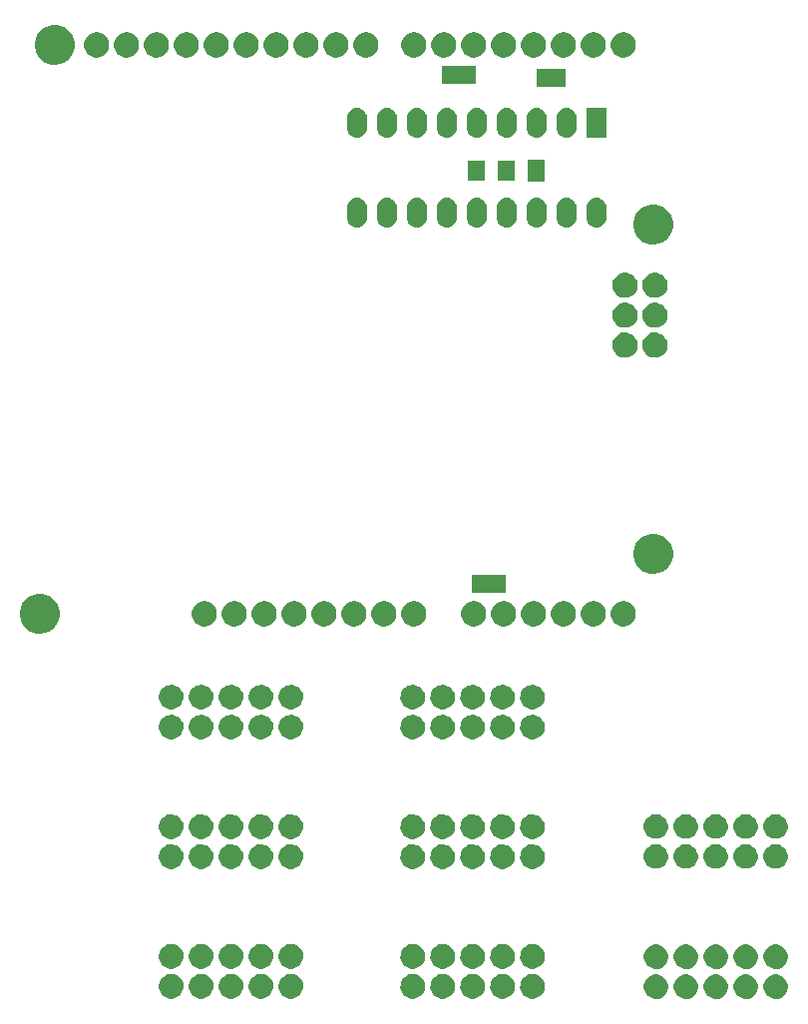
<source format=gbs>
G04 #@! TF.FileFunction,Soldermask,Bot*
%FSLAX46Y46*%
G04 Gerber Fmt 4.6, Leading zero omitted, Abs format (unit mm)*
G04 Created by KiCad (PCBNEW 4.0.7-e2-6376~58~ubuntu16.04.1) date Mon Aug 13 19:04:16 2018*
%MOMM*%
%LPD*%
G01*
G04 APERTURE LIST*
%ADD10C,0.100000*%
G04 APERTURE END LIST*
D10*
G36*
X167749383Y-137262286D02*
X167949446Y-137303353D01*
X168137713Y-137382493D01*
X168307031Y-137496700D01*
X168450940Y-137641617D01*
X168563958Y-137811723D01*
X168641783Y-138000541D01*
X168681213Y-138199673D01*
X168681212Y-138199711D01*
X168681445Y-138200885D01*
X168678188Y-138434154D01*
X168677923Y-138435323D01*
X168677922Y-138435359D01*
X168632948Y-138633311D01*
X168549881Y-138819882D01*
X168432156Y-138986768D01*
X168284256Y-139127612D01*
X168111819Y-139237043D01*
X167921408Y-139310899D01*
X167720286Y-139346363D01*
X167516096Y-139342085D01*
X167316626Y-139298229D01*
X167129480Y-139216466D01*
X166961780Y-139099912D01*
X166819905Y-138952997D01*
X166709274Y-138781330D01*
X166634090Y-138591438D01*
X166597224Y-138390565D01*
X166600074Y-138186354D01*
X166642536Y-137986587D01*
X166722993Y-137798869D01*
X166838377Y-137630355D01*
X166984290Y-137487465D01*
X167155186Y-137375635D01*
X167344545Y-137299129D01*
X167545155Y-137260860D01*
X167749383Y-137262286D01*
X167749383Y-137262286D01*
G37*
G36*
X170289383Y-137262286D02*
X170489446Y-137303353D01*
X170677713Y-137382493D01*
X170847031Y-137496700D01*
X170990940Y-137641617D01*
X171103958Y-137811723D01*
X171181783Y-138000541D01*
X171221213Y-138199673D01*
X171221212Y-138199711D01*
X171221445Y-138200885D01*
X171218188Y-138434154D01*
X171217923Y-138435323D01*
X171217922Y-138435359D01*
X171172948Y-138633311D01*
X171089881Y-138819882D01*
X170972156Y-138986768D01*
X170824256Y-139127612D01*
X170651819Y-139237043D01*
X170461408Y-139310899D01*
X170260286Y-139346363D01*
X170056096Y-139342085D01*
X169856626Y-139298229D01*
X169669480Y-139216466D01*
X169501780Y-139099912D01*
X169359905Y-138952997D01*
X169249274Y-138781330D01*
X169174090Y-138591438D01*
X169137224Y-138390565D01*
X169140074Y-138186354D01*
X169182536Y-137986587D01*
X169262993Y-137798869D01*
X169378377Y-137630355D01*
X169524290Y-137487465D01*
X169695186Y-137375635D01*
X169884545Y-137299129D01*
X170085155Y-137260860D01*
X170289383Y-137262286D01*
X170289383Y-137262286D01*
G37*
G36*
X172829383Y-137262286D02*
X173029446Y-137303353D01*
X173217713Y-137382493D01*
X173387031Y-137496700D01*
X173530940Y-137641617D01*
X173643958Y-137811723D01*
X173721783Y-138000541D01*
X173761213Y-138199673D01*
X173761212Y-138199711D01*
X173761445Y-138200885D01*
X173758188Y-138434154D01*
X173757923Y-138435323D01*
X173757922Y-138435359D01*
X173712948Y-138633311D01*
X173629881Y-138819882D01*
X173512156Y-138986768D01*
X173364256Y-139127612D01*
X173191819Y-139237043D01*
X173001408Y-139310899D01*
X172800286Y-139346363D01*
X172596096Y-139342085D01*
X172396626Y-139298229D01*
X172209480Y-139216466D01*
X172041780Y-139099912D01*
X171899905Y-138952997D01*
X171789274Y-138781330D01*
X171714090Y-138591438D01*
X171677224Y-138390565D01*
X171680074Y-138186354D01*
X171722536Y-137986587D01*
X171802993Y-137798869D01*
X171918377Y-137630355D01*
X172064290Y-137487465D01*
X172235186Y-137375635D01*
X172424545Y-137299129D01*
X172625155Y-137260860D01*
X172829383Y-137262286D01*
X172829383Y-137262286D01*
G37*
G36*
X162669383Y-137262286D02*
X162869446Y-137303353D01*
X163057713Y-137382493D01*
X163227031Y-137496700D01*
X163370940Y-137641617D01*
X163483958Y-137811723D01*
X163561783Y-138000541D01*
X163601213Y-138199673D01*
X163601212Y-138199711D01*
X163601445Y-138200885D01*
X163598188Y-138434154D01*
X163597923Y-138435323D01*
X163597922Y-138435359D01*
X163552948Y-138633311D01*
X163469881Y-138819882D01*
X163352156Y-138986768D01*
X163204256Y-139127612D01*
X163031819Y-139237043D01*
X162841408Y-139310899D01*
X162640286Y-139346363D01*
X162436096Y-139342085D01*
X162236626Y-139298229D01*
X162049480Y-139216466D01*
X161881780Y-139099912D01*
X161739905Y-138952997D01*
X161629274Y-138781330D01*
X161554090Y-138591438D01*
X161517224Y-138390565D01*
X161520074Y-138186354D01*
X161562536Y-137986587D01*
X161642993Y-137798869D01*
X161758377Y-137630355D01*
X161904290Y-137487465D01*
X162075186Y-137375635D01*
X162264545Y-137299129D01*
X162465155Y-137260860D01*
X162669383Y-137262286D01*
X162669383Y-137262286D01*
G37*
G36*
X165209383Y-137262286D02*
X165409446Y-137303353D01*
X165597713Y-137382493D01*
X165767031Y-137496700D01*
X165910940Y-137641617D01*
X166023958Y-137811723D01*
X166101783Y-138000541D01*
X166141213Y-138199673D01*
X166141212Y-138199711D01*
X166141445Y-138200885D01*
X166138188Y-138434154D01*
X166137923Y-138435323D01*
X166137922Y-138435359D01*
X166092948Y-138633311D01*
X166009881Y-138819882D01*
X165892156Y-138986768D01*
X165744256Y-139127612D01*
X165571819Y-139237043D01*
X165381408Y-139310899D01*
X165180286Y-139346363D01*
X164976096Y-139342085D01*
X164776626Y-139298229D01*
X164589480Y-139216466D01*
X164421780Y-139099912D01*
X164279905Y-138952997D01*
X164169274Y-138781330D01*
X164094090Y-138591438D01*
X164057224Y-138390565D01*
X164060074Y-138186354D01*
X164102536Y-137986587D01*
X164182993Y-137798869D01*
X164298377Y-137630355D01*
X164444290Y-137487465D01*
X164615186Y-137375635D01*
X164804545Y-137299129D01*
X165005155Y-137260860D01*
X165209383Y-137262286D01*
X165209383Y-137262286D01*
G37*
G36*
X142029383Y-137229286D02*
X142229446Y-137270353D01*
X142417713Y-137349493D01*
X142587031Y-137463700D01*
X142730940Y-137608617D01*
X142843958Y-137778723D01*
X142921783Y-137967541D01*
X142961213Y-138166673D01*
X142961212Y-138166711D01*
X142961445Y-138167885D01*
X142958188Y-138401154D01*
X142957923Y-138402323D01*
X142957922Y-138402359D01*
X142912948Y-138600311D01*
X142829881Y-138786882D01*
X142712156Y-138953768D01*
X142564256Y-139094612D01*
X142391819Y-139204043D01*
X142201408Y-139277899D01*
X142000286Y-139313363D01*
X141796096Y-139309085D01*
X141596626Y-139265229D01*
X141409480Y-139183466D01*
X141241780Y-139066912D01*
X141099905Y-138919997D01*
X140989274Y-138748330D01*
X140914090Y-138558438D01*
X140877224Y-138357565D01*
X140880074Y-138153354D01*
X140922536Y-137953587D01*
X141002993Y-137765869D01*
X141118377Y-137597355D01*
X141264290Y-137454465D01*
X141435186Y-137342635D01*
X141624545Y-137266129D01*
X141825155Y-137227860D01*
X142029383Y-137229286D01*
X142029383Y-137229286D01*
G37*
G36*
X121529383Y-137229286D02*
X121729446Y-137270353D01*
X121917713Y-137349493D01*
X122087031Y-137463700D01*
X122230940Y-137608617D01*
X122343958Y-137778723D01*
X122421783Y-137967541D01*
X122461213Y-138166673D01*
X122461212Y-138166711D01*
X122461445Y-138167885D01*
X122458188Y-138401154D01*
X122457923Y-138402323D01*
X122457922Y-138402359D01*
X122412948Y-138600311D01*
X122329881Y-138786882D01*
X122212156Y-138953768D01*
X122064256Y-139094612D01*
X121891819Y-139204043D01*
X121701408Y-139277899D01*
X121500286Y-139313363D01*
X121296096Y-139309085D01*
X121096626Y-139265229D01*
X120909480Y-139183466D01*
X120741780Y-139066912D01*
X120599905Y-138919997D01*
X120489274Y-138748330D01*
X120414090Y-138558438D01*
X120377224Y-138357565D01*
X120380074Y-138153354D01*
X120422536Y-137953587D01*
X120502993Y-137765869D01*
X120618377Y-137597355D01*
X120764290Y-137454465D01*
X120935186Y-137342635D01*
X121124545Y-137266129D01*
X121325155Y-137227860D01*
X121529383Y-137229286D01*
X121529383Y-137229286D01*
G37*
G36*
X124069383Y-137229286D02*
X124269446Y-137270353D01*
X124457713Y-137349493D01*
X124627031Y-137463700D01*
X124770940Y-137608617D01*
X124883958Y-137778723D01*
X124961783Y-137967541D01*
X125001213Y-138166673D01*
X125001212Y-138166711D01*
X125001445Y-138167885D01*
X124998188Y-138401154D01*
X124997923Y-138402323D01*
X124997922Y-138402359D01*
X124952948Y-138600311D01*
X124869881Y-138786882D01*
X124752156Y-138953768D01*
X124604256Y-139094612D01*
X124431819Y-139204043D01*
X124241408Y-139277899D01*
X124040286Y-139313363D01*
X123836096Y-139309085D01*
X123636626Y-139265229D01*
X123449480Y-139183466D01*
X123281780Y-139066912D01*
X123139905Y-138919997D01*
X123029274Y-138748330D01*
X122954090Y-138558438D01*
X122917224Y-138357565D01*
X122920074Y-138153354D01*
X122962536Y-137953587D01*
X123042993Y-137765869D01*
X123158377Y-137597355D01*
X123304290Y-137454465D01*
X123475186Y-137342635D01*
X123664545Y-137266129D01*
X123865155Y-137227860D01*
X124069383Y-137229286D01*
X124069383Y-137229286D01*
G37*
G36*
X126609383Y-137229286D02*
X126809446Y-137270353D01*
X126997713Y-137349493D01*
X127167031Y-137463700D01*
X127310940Y-137608617D01*
X127423958Y-137778723D01*
X127501783Y-137967541D01*
X127541213Y-138166673D01*
X127541212Y-138166711D01*
X127541445Y-138167885D01*
X127538188Y-138401154D01*
X127537923Y-138402323D01*
X127537922Y-138402359D01*
X127492948Y-138600311D01*
X127409881Y-138786882D01*
X127292156Y-138953768D01*
X127144256Y-139094612D01*
X126971819Y-139204043D01*
X126781408Y-139277899D01*
X126580286Y-139313363D01*
X126376096Y-139309085D01*
X126176626Y-139265229D01*
X125989480Y-139183466D01*
X125821780Y-139066912D01*
X125679905Y-138919997D01*
X125569274Y-138748330D01*
X125494090Y-138558438D01*
X125457224Y-138357565D01*
X125460074Y-138153354D01*
X125502536Y-137953587D01*
X125582993Y-137765869D01*
X125698377Y-137597355D01*
X125844290Y-137454465D01*
X126015186Y-137342635D01*
X126204545Y-137266129D01*
X126405155Y-137227860D01*
X126609383Y-137229286D01*
X126609383Y-137229286D01*
G37*
G36*
X129149383Y-137229286D02*
X129349446Y-137270353D01*
X129537713Y-137349493D01*
X129707031Y-137463700D01*
X129850940Y-137608617D01*
X129963958Y-137778723D01*
X130041783Y-137967541D01*
X130081213Y-138166673D01*
X130081212Y-138166711D01*
X130081445Y-138167885D01*
X130078188Y-138401154D01*
X130077923Y-138402323D01*
X130077922Y-138402359D01*
X130032948Y-138600311D01*
X129949881Y-138786882D01*
X129832156Y-138953768D01*
X129684256Y-139094612D01*
X129511819Y-139204043D01*
X129321408Y-139277899D01*
X129120286Y-139313363D01*
X128916096Y-139309085D01*
X128716626Y-139265229D01*
X128529480Y-139183466D01*
X128361780Y-139066912D01*
X128219905Y-138919997D01*
X128109274Y-138748330D01*
X128034090Y-138558438D01*
X127997224Y-138357565D01*
X128000074Y-138153354D01*
X128042536Y-137953587D01*
X128122993Y-137765869D01*
X128238377Y-137597355D01*
X128384290Y-137454465D01*
X128555186Y-137342635D01*
X128744545Y-137266129D01*
X128945155Y-137227860D01*
X129149383Y-137229286D01*
X129149383Y-137229286D01*
G37*
G36*
X131689383Y-137229286D02*
X131889446Y-137270353D01*
X132077713Y-137349493D01*
X132247031Y-137463700D01*
X132390940Y-137608617D01*
X132503958Y-137778723D01*
X132581783Y-137967541D01*
X132621213Y-138166673D01*
X132621212Y-138166711D01*
X132621445Y-138167885D01*
X132618188Y-138401154D01*
X132617923Y-138402323D01*
X132617922Y-138402359D01*
X132572948Y-138600311D01*
X132489881Y-138786882D01*
X132372156Y-138953768D01*
X132224256Y-139094612D01*
X132051819Y-139204043D01*
X131861408Y-139277899D01*
X131660286Y-139313363D01*
X131456096Y-139309085D01*
X131256626Y-139265229D01*
X131069480Y-139183466D01*
X130901780Y-139066912D01*
X130759905Y-138919997D01*
X130649274Y-138748330D01*
X130574090Y-138558438D01*
X130537224Y-138357565D01*
X130540074Y-138153354D01*
X130582536Y-137953587D01*
X130662993Y-137765869D01*
X130778377Y-137597355D01*
X130924290Y-137454465D01*
X131095186Y-137342635D01*
X131284545Y-137266129D01*
X131485155Y-137227860D01*
X131689383Y-137229286D01*
X131689383Y-137229286D01*
G37*
G36*
X144569383Y-137229286D02*
X144769446Y-137270353D01*
X144957713Y-137349493D01*
X145127031Y-137463700D01*
X145270940Y-137608617D01*
X145383958Y-137778723D01*
X145461783Y-137967541D01*
X145501213Y-138166673D01*
X145501212Y-138166711D01*
X145501445Y-138167885D01*
X145498188Y-138401154D01*
X145497923Y-138402323D01*
X145497922Y-138402359D01*
X145452948Y-138600311D01*
X145369881Y-138786882D01*
X145252156Y-138953768D01*
X145104256Y-139094612D01*
X144931819Y-139204043D01*
X144741408Y-139277899D01*
X144540286Y-139313363D01*
X144336096Y-139309085D01*
X144136626Y-139265229D01*
X143949480Y-139183466D01*
X143781780Y-139066912D01*
X143639905Y-138919997D01*
X143529274Y-138748330D01*
X143454090Y-138558438D01*
X143417224Y-138357565D01*
X143420074Y-138153354D01*
X143462536Y-137953587D01*
X143542993Y-137765869D01*
X143658377Y-137597355D01*
X143804290Y-137454465D01*
X143975186Y-137342635D01*
X144164545Y-137266129D01*
X144365155Y-137227860D01*
X144569383Y-137229286D01*
X144569383Y-137229286D01*
G37*
G36*
X149649383Y-137229286D02*
X149849446Y-137270353D01*
X150037713Y-137349493D01*
X150207031Y-137463700D01*
X150350940Y-137608617D01*
X150463958Y-137778723D01*
X150541783Y-137967541D01*
X150581213Y-138166673D01*
X150581212Y-138166711D01*
X150581445Y-138167885D01*
X150578188Y-138401154D01*
X150577923Y-138402323D01*
X150577922Y-138402359D01*
X150532948Y-138600311D01*
X150449881Y-138786882D01*
X150332156Y-138953768D01*
X150184256Y-139094612D01*
X150011819Y-139204043D01*
X149821408Y-139277899D01*
X149620286Y-139313363D01*
X149416096Y-139309085D01*
X149216626Y-139265229D01*
X149029480Y-139183466D01*
X148861780Y-139066912D01*
X148719905Y-138919997D01*
X148609274Y-138748330D01*
X148534090Y-138558438D01*
X148497224Y-138357565D01*
X148500074Y-138153354D01*
X148542536Y-137953587D01*
X148622993Y-137765869D01*
X148738377Y-137597355D01*
X148884290Y-137454465D01*
X149055186Y-137342635D01*
X149244545Y-137266129D01*
X149445155Y-137227860D01*
X149649383Y-137229286D01*
X149649383Y-137229286D01*
G37*
G36*
X152189383Y-137229286D02*
X152389446Y-137270353D01*
X152577713Y-137349493D01*
X152747031Y-137463700D01*
X152890940Y-137608617D01*
X153003958Y-137778723D01*
X153081783Y-137967541D01*
X153121213Y-138166673D01*
X153121212Y-138166711D01*
X153121445Y-138167885D01*
X153118188Y-138401154D01*
X153117923Y-138402323D01*
X153117922Y-138402359D01*
X153072948Y-138600311D01*
X152989881Y-138786882D01*
X152872156Y-138953768D01*
X152724256Y-139094612D01*
X152551819Y-139204043D01*
X152361408Y-139277899D01*
X152160286Y-139313363D01*
X151956096Y-139309085D01*
X151756626Y-139265229D01*
X151569480Y-139183466D01*
X151401780Y-139066912D01*
X151259905Y-138919997D01*
X151149274Y-138748330D01*
X151074090Y-138558438D01*
X151037224Y-138357565D01*
X151040074Y-138153354D01*
X151082536Y-137953587D01*
X151162993Y-137765869D01*
X151278377Y-137597355D01*
X151424290Y-137454465D01*
X151595186Y-137342635D01*
X151784545Y-137266129D01*
X151985155Y-137227860D01*
X152189383Y-137229286D01*
X152189383Y-137229286D01*
G37*
G36*
X147109383Y-137229286D02*
X147309446Y-137270353D01*
X147497713Y-137349493D01*
X147667031Y-137463700D01*
X147810940Y-137608617D01*
X147923958Y-137778723D01*
X148001783Y-137967541D01*
X148041213Y-138166673D01*
X148041212Y-138166711D01*
X148041445Y-138167885D01*
X148038188Y-138401154D01*
X148037923Y-138402323D01*
X148037922Y-138402359D01*
X147992948Y-138600311D01*
X147909881Y-138786882D01*
X147792156Y-138953768D01*
X147644256Y-139094612D01*
X147471819Y-139204043D01*
X147281408Y-139277899D01*
X147080286Y-139313363D01*
X146876096Y-139309085D01*
X146676626Y-139265229D01*
X146489480Y-139183466D01*
X146321780Y-139066912D01*
X146179905Y-138919997D01*
X146069274Y-138748330D01*
X145994090Y-138558438D01*
X145957224Y-138357565D01*
X145960074Y-138153354D01*
X146002536Y-137953587D01*
X146082993Y-137765869D01*
X146198377Y-137597355D01*
X146344290Y-137454465D01*
X146515186Y-137342635D01*
X146704545Y-137266129D01*
X146905155Y-137227860D01*
X147109383Y-137229286D01*
X147109383Y-137229286D01*
G37*
G36*
X167749383Y-134722286D02*
X167949446Y-134763353D01*
X168137713Y-134842493D01*
X168307031Y-134956700D01*
X168450940Y-135101617D01*
X168563958Y-135271723D01*
X168641783Y-135460541D01*
X168681213Y-135659673D01*
X168681212Y-135659711D01*
X168681445Y-135660885D01*
X168678188Y-135894154D01*
X168677923Y-135895323D01*
X168677922Y-135895359D01*
X168632948Y-136093311D01*
X168549881Y-136279882D01*
X168432156Y-136446768D01*
X168284256Y-136587612D01*
X168111819Y-136697043D01*
X167921408Y-136770899D01*
X167720286Y-136806363D01*
X167516096Y-136802085D01*
X167316626Y-136758229D01*
X167129480Y-136676466D01*
X166961780Y-136559912D01*
X166819905Y-136412997D01*
X166709274Y-136241330D01*
X166634090Y-136051438D01*
X166597224Y-135850565D01*
X166600074Y-135646354D01*
X166642536Y-135446587D01*
X166722993Y-135258869D01*
X166838377Y-135090355D01*
X166984290Y-134947465D01*
X167155186Y-134835635D01*
X167344545Y-134759129D01*
X167545155Y-134720860D01*
X167749383Y-134722286D01*
X167749383Y-134722286D01*
G37*
G36*
X162669383Y-134722286D02*
X162869446Y-134763353D01*
X163057713Y-134842493D01*
X163227031Y-134956700D01*
X163370940Y-135101617D01*
X163483958Y-135271723D01*
X163561783Y-135460541D01*
X163601213Y-135659673D01*
X163601212Y-135659711D01*
X163601445Y-135660885D01*
X163598188Y-135894154D01*
X163597923Y-135895323D01*
X163597922Y-135895359D01*
X163552948Y-136093311D01*
X163469881Y-136279882D01*
X163352156Y-136446768D01*
X163204256Y-136587612D01*
X163031819Y-136697043D01*
X162841408Y-136770899D01*
X162640286Y-136806363D01*
X162436096Y-136802085D01*
X162236626Y-136758229D01*
X162049480Y-136676466D01*
X161881780Y-136559912D01*
X161739905Y-136412997D01*
X161629274Y-136241330D01*
X161554090Y-136051438D01*
X161517224Y-135850565D01*
X161520074Y-135646354D01*
X161562536Y-135446587D01*
X161642993Y-135258869D01*
X161758377Y-135090355D01*
X161904290Y-134947465D01*
X162075186Y-134835635D01*
X162264545Y-134759129D01*
X162465155Y-134720860D01*
X162669383Y-134722286D01*
X162669383Y-134722286D01*
G37*
G36*
X165209383Y-134722286D02*
X165409446Y-134763353D01*
X165597713Y-134842493D01*
X165767031Y-134956700D01*
X165910940Y-135101617D01*
X166023958Y-135271723D01*
X166101783Y-135460541D01*
X166141213Y-135659673D01*
X166141212Y-135659711D01*
X166141445Y-135660885D01*
X166138188Y-135894154D01*
X166137923Y-135895323D01*
X166137922Y-135895359D01*
X166092948Y-136093311D01*
X166009881Y-136279882D01*
X165892156Y-136446768D01*
X165744256Y-136587612D01*
X165571819Y-136697043D01*
X165381408Y-136770899D01*
X165180286Y-136806363D01*
X164976096Y-136802085D01*
X164776626Y-136758229D01*
X164589480Y-136676466D01*
X164421780Y-136559912D01*
X164279905Y-136412997D01*
X164169274Y-136241330D01*
X164094090Y-136051438D01*
X164057224Y-135850565D01*
X164060074Y-135646354D01*
X164102536Y-135446587D01*
X164182993Y-135258869D01*
X164298377Y-135090355D01*
X164444290Y-134947465D01*
X164615186Y-134835635D01*
X164804545Y-134759129D01*
X165005155Y-134720860D01*
X165209383Y-134722286D01*
X165209383Y-134722286D01*
G37*
G36*
X170289383Y-134722286D02*
X170489446Y-134763353D01*
X170677713Y-134842493D01*
X170847031Y-134956700D01*
X170990940Y-135101617D01*
X171103958Y-135271723D01*
X171181783Y-135460541D01*
X171221213Y-135659673D01*
X171221212Y-135659711D01*
X171221445Y-135660885D01*
X171218188Y-135894154D01*
X171217923Y-135895323D01*
X171217922Y-135895359D01*
X171172948Y-136093311D01*
X171089881Y-136279882D01*
X170972156Y-136446768D01*
X170824256Y-136587612D01*
X170651819Y-136697043D01*
X170461408Y-136770899D01*
X170260286Y-136806363D01*
X170056096Y-136802085D01*
X169856626Y-136758229D01*
X169669480Y-136676466D01*
X169501780Y-136559912D01*
X169359905Y-136412997D01*
X169249274Y-136241330D01*
X169174090Y-136051438D01*
X169137224Y-135850565D01*
X169140074Y-135646354D01*
X169182536Y-135446587D01*
X169262993Y-135258869D01*
X169378377Y-135090355D01*
X169524290Y-134947465D01*
X169695186Y-134835635D01*
X169884545Y-134759129D01*
X170085155Y-134720860D01*
X170289383Y-134722286D01*
X170289383Y-134722286D01*
G37*
G36*
X172829383Y-134722286D02*
X173029446Y-134763353D01*
X173217713Y-134842493D01*
X173387031Y-134956700D01*
X173530940Y-135101617D01*
X173643958Y-135271723D01*
X173721783Y-135460541D01*
X173761213Y-135659673D01*
X173761212Y-135659711D01*
X173761445Y-135660885D01*
X173758188Y-135894154D01*
X173757923Y-135895323D01*
X173757922Y-135895359D01*
X173712948Y-136093311D01*
X173629881Y-136279882D01*
X173512156Y-136446768D01*
X173364256Y-136587612D01*
X173191819Y-136697043D01*
X173001408Y-136770899D01*
X172800286Y-136806363D01*
X172596096Y-136802085D01*
X172396626Y-136758229D01*
X172209480Y-136676466D01*
X172041780Y-136559912D01*
X171899905Y-136412997D01*
X171789274Y-136241330D01*
X171714090Y-136051438D01*
X171677224Y-135850565D01*
X171680074Y-135646354D01*
X171722536Y-135446587D01*
X171802993Y-135258869D01*
X171918377Y-135090355D01*
X172064290Y-134947465D01*
X172235186Y-134835635D01*
X172424545Y-134759129D01*
X172625155Y-134720860D01*
X172829383Y-134722286D01*
X172829383Y-134722286D01*
G37*
G36*
X121529383Y-134689286D02*
X121729446Y-134730353D01*
X121917713Y-134809493D01*
X122087031Y-134923700D01*
X122230940Y-135068617D01*
X122343958Y-135238723D01*
X122421783Y-135427541D01*
X122461213Y-135626673D01*
X122461212Y-135626711D01*
X122461445Y-135627885D01*
X122458188Y-135861154D01*
X122457923Y-135862323D01*
X122457922Y-135862359D01*
X122412948Y-136060311D01*
X122329881Y-136246882D01*
X122212156Y-136413768D01*
X122064256Y-136554612D01*
X121891819Y-136664043D01*
X121701408Y-136737899D01*
X121500286Y-136773363D01*
X121296096Y-136769085D01*
X121096626Y-136725229D01*
X120909480Y-136643466D01*
X120741780Y-136526912D01*
X120599905Y-136379997D01*
X120489274Y-136208330D01*
X120414090Y-136018438D01*
X120377224Y-135817565D01*
X120380074Y-135613354D01*
X120422536Y-135413587D01*
X120502993Y-135225869D01*
X120618377Y-135057355D01*
X120764290Y-134914465D01*
X120935186Y-134802635D01*
X121124545Y-134726129D01*
X121325155Y-134687860D01*
X121529383Y-134689286D01*
X121529383Y-134689286D01*
G37*
G36*
X131689383Y-134689286D02*
X131889446Y-134730353D01*
X132077713Y-134809493D01*
X132247031Y-134923700D01*
X132390940Y-135068617D01*
X132503958Y-135238723D01*
X132581783Y-135427541D01*
X132621213Y-135626673D01*
X132621212Y-135626711D01*
X132621445Y-135627885D01*
X132618188Y-135861154D01*
X132617923Y-135862323D01*
X132617922Y-135862359D01*
X132572948Y-136060311D01*
X132489881Y-136246882D01*
X132372156Y-136413768D01*
X132224256Y-136554612D01*
X132051819Y-136664043D01*
X131861408Y-136737899D01*
X131660286Y-136773363D01*
X131456096Y-136769085D01*
X131256626Y-136725229D01*
X131069480Y-136643466D01*
X130901780Y-136526912D01*
X130759905Y-136379997D01*
X130649274Y-136208330D01*
X130574090Y-136018438D01*
X130537224Y-135817565D01*
X130540074Y-135613354D01*
X130582536Y-135413587D01*
X130662993Y-135225869D01*
X130778377Y-135057355D01*
X130924290Y-134914465D01*
X131095186Y-134802635D01*
X131284545Y-134726129D01*
X131485155Y-134687860D01*
X131689383Y-134689286D01*
X131689383Y-134689286D01*
G37*
G36*
X129149383Y-134689286D02*
X129349446Y-134730353D01*
X129537713Y-134809493D01*
X129707031Y-134923700D01*
X129850940Y-135068617D01*
X129963958Y-135238723D01*
X130041783Y-135427541D01*
X130081213Y-135626673D01*
X130081212Y-135626711D01*
X130081445Y-135627885D01*
X130078188Y-135861154D01*
X130077923Y-135862323D01*
X130077922Y-135862359D01*
X130032948Y-136060311D01*
X129949881Y-136246882D01*
X129832156Y-136413768D01*
X129684256Y-136554612D01*
X129511819Y-136664043D01*
X129321408Y-136737899D01*
X129120286Y-136773363D01*
X128916096Y-136769085D01*
X128716626Y-136725229D01*
X128529480Y-136643466D01*
X128361780Y-136526912D01*
X128219905Y-136379997D01*
X128109274Y-136208330D01*
X128034090Y-136018438D01*
X127997224Y-135817565D01*
X128000074Y-135613354D01*
X128042536Y-135413587D01*
X128122993Y-135225869D01*
X128238377Y-135057355D01*
X128384290Y-134914465D01*
X128555186Y-134802635D01*
X128744545Y-134726129D01*
X128945155Y-134687860D01*
X129149383Y-134689286D01*
X129149383Y-134689286D01*
G37*
G36*
X142029383Y-134689286D02*
X142229446Y-134730353D01*
X142417713Y-134809493D01*
X142587031Y-134923700D01*
X142730940Y-135068617D01*
X142843958Y-135238723D01*
X142921783Y-135427541D01*
X142961213Y-135626673D01*
X142961212Y-135626711D01*
X142961445Y-135627885D01*
X142958188Y-135861154D01*
X142957923Y-135862323D01*
X142957922Y-135862359D01*
X142912948Y-136060311D01*
X142829881Y-136246882D01*
X142712156Y-136413768D01*
X142564256Y-136554612D01*
X142391819Y-136664043D01*
X142201408Y-136737899D01*
X142000286Y-136773363D01*
X141796096Y-136769085D01*
X141596626Y-136725229D01*
X141409480Y-136643466D01*
X141241780Y-136526912D01*
X141099905Y-136379997D01*
X140989274Y-136208330D01*
X140914090Y-136018438D01*
X140877224Y-135817565D01*
X140880074Y-135613354D01*
X140922536Y-135413587D01*
X141002993Y-135225869D01*
X141118377Y-135057355D01*
X141264290Y-134914465D01*
X141435186Y-134802635D01*
X141624545Y-134726129D01*
X141825155Y-134687860D01*
X142029383Y-134689286D01*
X142029383Y-134689286D01*
G37*
G36*
X144569383Y-134689286D02*
X144769446Y-134730353D01*
X144957713Y-134809493D01*
X145127031Y-134923700D01*
X145270940Y-135068617D01*
X145383958Y-135238723D01*
X145461783Y-135427541D01*
X145501213Y-135626673D01*
X145501212Y-135626711D01*
X145501445Y-135627885D01*
X145498188Y-135861154D01*
X145497923Y-135862323D01*
X145497922Y-135862359D01*
X145452948Y-136060311D01*
X145369881Y-136246882D01*
X145252156Y-136413768D01*
X145104256Y-136554612D01*
X144931819Y-136664043D01*
X144741408Y-136737899D01*
X144540286Y-136773363D01*
X144336096Y-136769085D01*
X144136626Y-136725229D01*
X143949480Y-136643466D01*
X143781780Y-136526912D01*
X143639905Y-136379997D01*
X143529274Y-136208330D01*
X143454090Y-136018438D01*
X143417224Y-135817565D01*
X143420074Y-135613354D01*
X143462536Y-135413587D01*
X143542993Y-135225869D01*
X143658377Y-135057355D01*
X143804290Y-134914465D01*
X143975186Y-134802635D01*
X144164545Y-134726129D01*
X144365155Y-134687860D01*
X144569383Y-134689286D01*
X144569383Y-134689286D01*
G37*
G36*
X147109383Y-134689286D02*
X147309446Y-134730353D01*
X147497713Y-134809493D01*
X147667031Y-134923700D01*
X147810940Y-135068617D01*
X147923958Y-135238723D01*
X148001783Y-135427541D01*
X148041213Y-135626673D01*
X148041212Y-135626711D01*
X148041445Y-135627885D01*
X148038188Y-135861154D01*
X148037923Y-135862323D01*
X148037922Y-135862359D01*
X147992948Y-136060311D01*
X147909881Y-136246882D01*
X147792156Y-136413768D01*
X147644256Y-136554612D01*
X147471819Y-136664043D01*
X147281408Y-136737899D01*
X147080286Y-136773363D01*
X146876096Y-136769085D01*
X146676626Y-136725229D01*
X146489480Y-136643466D01*
X146321780Y-136526912D01*
X146179905Y-136379997D01*
X146069274Y-136208330D01*
X145994090Y-136018438D01*
X145957224Y-135817565D01*
X145960074Y-135613354D01*
X146002536Y-135413587D01*
X146082993Y-135225869D01*
X146198377Y-135057355D01*
X146344290Y-134914465D01*
X146515186Y-134802635D01*
X146704545Y-134726129D01*
X146905155Y-134687860D01*
X147109383Y-134689286D01*
X147109383Y-134689286D01*
G37*
G36*
X124069383Y-134689286D02*
X124269446Y-134730353D01*
X124457713Y-134809493D01*
X124627031Y-134923700D01*
X124770940Y-135068617D01*
X124883958Y-135238723D01*
X124961783Y-135427541D01*
X125001213Y-135626673D01*
X125001212Y-135626711D01*
X125001445Y-135627885D01*
X124998188Y-135861154D01*
X124997923Y-135862323D01*
X124997922Y-135862359D01*
X124952948Y-136060311D01*
X124869881Y-136246882D01*
X124752156Y-136413768D01*
X124604256Y-136554612D01*
X124431819Y-136664043D01*
X124241408Y-136737899D01*
X124040286Y-136773363D01*
X123836096Y-136769085D01*
X123636626Y-136725229D01*
X123449480Y-136643466D01*
X123281780Y-136526912D01*
X123139905Y-136379997D01*
X123029274Y-136208330D01*
X122954090Y-136018438D01*
X122917224Y-135817565D01*
X122920074Y-135613354D01*
X122962536Y-135413587D01*
X123042993Y-135225869D01*
X123158377Y-135057355D01*
X123304290Y-134914465D01*
X123475186Y-134802635D01*
X123664545Y-134726129D01*
X123865155Y-134687860D01*
X124069383Y-134689286D01*
X124069383Y-134689286D01*
G37*
G36*
X149649383Y-134689286D02*
X149849446Y-134730353D01*
X150037713Y-134809493D01*
X150207031Y-134923700D01*
X150350940Y-135068617D01*
X150463958Y-135238723D01*
X150541783Y-135427541D01*
X150581213Y-135626673D01*
X150581212Y-135626711D01*
X150581445Y-135627885D01*
X150578188Y-135861154D01*
X150577923Y-135862323D01*
X150577922Y-135862359D01*
X150532948Y-136060311D01*
X150449881Y-136246882D01*
X150332156Y-136413768D01*
X150184256Y-136554612D01*
X150011819Y-136664043D01*
X149821408Y-136737899D01*
X149620286Y-136773363D01*
X149416096Y-136769085D01*
X149216626Y-136725229D01*
X149029480Y-136643466D01*
X148861780Y-136526912D01*
X148719905Y-136379997D01*
X148609274Y-136208330D01*
X148534090Y-136018438D01*
X148497224Y-135817565D01*
X148500074Y-135613354D01*
X148542536Y-135413587D01*
X148622993Y-135225869D01*
X148738377Y-135057355D01*
X148884290Y-134914465D01*
X149055186Y-134802635D01*
X149244545Y-134726129D01*
X149445155Y-134687860D01*
X149649383Y-134689286D01*
X149649383Y-134689286D01*
G37*
G36*
X152189383Y-134689286D02*
X152389446Y-134730353D01*
X152577713Y-134809493D01*
X152747031Y-134923700D01*
X152890940Y-135068617D01*
X153003958Y-135238723D01*
X153081783Y-135427541D01*
X153121213Y-135626673D01*
X153121212Y-135626711D01*
X153121445Y-135627885D01*
X153118188Y-135861154D01*
X153117923Y-135862323D01*
X153117922Y-135862359D01*
X153072948Y-136060311D01*
X152989881Y-136246882D01*
X152872156Y-136413768D01*
X152724256Y-136554612D01*
X152551819Y-136664043D01*
X152361408Y-136737899D01*
X152160286Y-136773363D01*
X151956096Y-136769085D01*
X151756626Y-136725229D01*
X151569480Y-136643466D01*
X151401780Y-136526912D01*
X151259905Y-136379997D01*
X151149274Y-136208330D01*
X151074090Y-136018438D01*
X151037224Y-135817565D01*
X151040074Y-135613354D01*
X151082536Y-135413587D01*
X151162993Y-135225869D01*
X151278377Y-135057355D01*
X151424290Y-134914465D01*
X151595186Y-134802635D01*
X151784545Y-134726129D01*
X151985155Y-134687860D01*
X152189383Y-134689286D01*
X152189383Y-134689286D01*
G37*
G36*
X126609383Y-134689286D02*
X126809446Y-134730353D01*
X126997713Y-134809493D01*
X127167031Y-134923700D01*
X127310940Y-135068617D01*
X127423958Y-135238723D01*
X127501783Y-135427541D01*
X127541213Y-135626673D01*
X127541212Y-135626711D01*
X127541445Y-135627885D01*
X127538188Y-135861154D01*
X127537923Y-135862323D01*
X127537922Y-135862359D01*
X127492948Y-136060311D01*
X127409881Y-136246882D01*
X127292156Y-136413768D01*
X127144256Y-136554612D01*
X126971819Y-136664043D01*
X126781408Y-136737899D01*
X126580286Y-136773363D01*
X126376096Y-136769085D01*
X126176626Y-136725229D01*
X125989480Y-136643466D01*
X125821780Y-136526912D01*
X125679905Y-136379997D01*
X125569274Y-136208330D01*
X125494090Y-136018438D01*
X125457224Y-135817565D01*
X125460074Y-135613354D01*
X125502536Y-135413587D01*
X125582993Y-135225869D01*
X125698377Y-135057355D01*
X125844290Y-134914465D01*
X126015186Y-134802635D01*
X126204545Y-134726129D01*
X126405155Y-134687860D01*
X126609383Y-134689286D01*
X126609383Y-134689286D01*
G37*
G36*
X144569383Y-126229286D02*
X144769446Y-126270353D01*
X144957713Y-126349493D01*
X145127031Y-126463700D01*
X145270940Y-126608617D01*
X145383958Y-126778723D01*
X145461783Y-126967541D01*
X145501213Y-127166673D01*
X145501212Y-127166711D01*
X145501445Y-127167885D01*
X145498188Y-127401154D01*
X145497923Y-127402323D01*
X145497922Y-127402359D01*
X145452948Y-127600311D01*
X145369881Y-127786882D01*
X145252156Y-127953768D01*
X145104256Y-128094612D01*
X144931819Y-128204043D01*
X144741408Y-128277899D01*
X144540286Y-128313363D01*
X144336096Y-128309085D01*
X144136626Y-128265229D01*
X143949480Y-128183466D01*
X143781780Y-128066912D01*
X143639905Y-127919997D01*
X143529274Y-127748330D01*
X143454090Y-127558438D01*
X143417224Y-127357565D01*
X143420074Y-127153354D01*
X143462536Y-126953587D01*
X143542993Y-126765869D01*
X143658377Y-126597355D01*
X143804290Y-126454465D01*
X143975186Y-126342635D01*
X144164545Y-126266129D01*
X144365155Y-126227860D01*
X144569383Y-126229286D01*
X144569383Y-126229286D01*
G37*
G36*
X149649383Y-126229286D02*
X149849446Y-126270353D01*
X150037713Y-126349493D01*
X150207031Y-126463700D01*
X150350940Y-126608617D01*
X150463958Y-126778723D01*
X150541783Y-126967541D01*
X150581213Y-127166673D01*
X150581212Y-127166711D01*
X150581445Y-127167885D01*
X150578188Y-127401154D01*
X150577923Y-127402323D01*
X150577922Y-127402359D01*
X150532948Y-127600311D01*
X150449881Y-127786882D01*
X150332156Y-127953768D01*
X150184256Y-128094612D01*
X150011819Y-128204043D01*
X149821408Y-128277899D01*
X149620286Y-128313363D01*
X149416096Y-128309085D01*
X149216626Y-128265229D01*
X149029480Y-128183466D01*
X148861780Y-128066912D01*
X148719905Y-127919997D01*
X148609274Y-127748330D01*
X148534090Y-127558438D01*
X148497224Y-127357565D01*
X148500074Y-127153354D01*
X148542536Y-126953587D01*
X148622993Y-126765869D01*
X148738377Y-126597355D01*
X148884290Y-126454465D01*
X149055186Y-126342635D01*
X149244545Y-126266129D01*
X149445155Y-126227860D01*
X149649383Y-126229286D01*
X149649383Y-126229286D01*
G37*
G36*
X147109383Y-126229286D02*
X147309446Y-126270353D01*
X147497713Y-126349493D01*
X147667031Y-126463700D01*
X147810940Y-126608617D01*
X147923958Y-126778723D01*
X148001783Y-126967541D01*
X148041213Y-127166673D01*
X148041212Y-127166711D01*
X148041445Y-127167885D01*
X148038188Y-127401154D01*
X148037923Y-127402323D01*
X148037922Y-127402359D01*
X147992948Y-127600311D01*
X147909881Y-127786882D01*
X147792156Y-127953768D01*
X147644256Y-128094612D01*
X147471819Y-128204043D01*
X147281408Y-128277899D01*
X147080286Y-128313363D01*
X146876096Y-128309085D01*
X146676626Y-128265229D01*
X146489480Y-128183466D01*
X146321780Y-128066912D01*
X146179905Y-127919997D01*
X146069274Y-127748330D01*
X145994090Y-127558438D01*
X145957224Y-127357565D01*
X145960074Y-127153354D01*
X146002536Y-126953587D01*
X146082993Y-126765869D01*
X146198377Y-126597355D01*
X146344290Y-126454465D01*
X146515186Y-126342635D01*
X146704545Y-126266129D01*
X146905155Y-126227860D01*
X147109383Y-126229286D01*
X147109383Y-126229286D01*
G37*
G36*
X142029383Y-126229286D02*
X142229446Y-126270353D01*
X142417713Y-126349493D01*
X142587031Y-126463700D01*
X142730940Y-126608617D01*
X142843958Y-126778723D01*
X142921783Y-126967541D01*
X142961213Y-127166673D01*
X142961212Y-127166711D01*
X142961445Y-127167885D01*
X142958188Y-127401154D01*
X142957923Y-127402323D01*
X142957922Y-127402359D01*
X142912948Y-127600311D01*
X142829881Y-127786882D01*
X142712156Y-127953768D01*
X142564256Y-128094612D01*
X142391819Y-128204043D01*
X142201408Y-128277899D01*
X142000286Y-128313363D01*
X141796096Y-128309085D01*
X141596626Y-128265229D01*
X141409480Y-128183466D01*
X141241780Y-128066912D01*
X141099905Y-127919997D01*
X140989274Y-127748330D01*
X140914090Y-127558438D01*
X140877224Y-127357565D01*
X140880074Y-127153354D01*
X140922536Y-126953587D01*
X141002993Y-126765869D01*
X141118377Y-126597355D01*
X141264290Y-126454465D01*
X141435186Y-126342635D01*
X141624545Y-126266129D01*
X141825155Y-126227860D01*
X142029383Y-126229286D01*
X142029383Y-126229286D01*
G37*
G36*
X131689383Y-126229286D02*
X131889446Y-126270353D01*
X132077713Y-126349493D01*
X132247031Y-126463700D01*
X132390940Y-126608617D01*
X132503958Y-126778723D01*
X132581783Y-126967541D01*
X132621213Y-127166673D01*
X132621212Y-127166711D01*
X132621445Y-127167885D01*
X132618188Y-127401154D01*
X132617923Y-127402323D01*
X132617922Y-127402359D01*
X132572948Y-127600311D01*
X132489881Y-127786882D01*
X132372156Y-127953768D01*
X132224256Y-128094612D01*
X132051819Y-128204043D01*
X131861408Y-128277899D01*
X131660286Y-128313363D01*
X131456096Y-128309085D01*
X131256626Y-128265229D01*
X131069480Y-128183466D01*
X130901780Y-128066912D01*
X130759905Y-127919997D01*
X130649274Y-127748330D01*
X130574090Y-127558438D01*
X130537224Y-127357565D01*
X130540074Y-127153354D01*
X130582536Y-126953587D01*
X130662993Y-126765869D01*
X130778377Y-126597355D01*
X130924290Y-126454465D01*
X131095186Y-126342635D01*
X131284545Y-126266129D01*
X131485155Y-126227860D01*
X131689383Y-126229286D01*
X131689383Y-126229286D01*
G37*
G36*
X126609383Y-126229286D02*
X126809446Y-126270353D01*
X126997713Y-126349493D01*
X127167031Y-126463700D01*
X127310940Y-126608617D01*
X127423958Y-126778723D01*
X127501783Y-126967541D01*
X127541213Y-127166673D01*
X127541212Y-127166711D01*
X127541445Y-127167885D01*
X127538188Y-127401154D01*
X127537923Y-127402323D01*
X127537922Y-127402359D01*
X127492948Y-127600311D01*
X127409881Y-127786882D01*
X127292156Y-127953768D01*
X127144256Y-128094612D01*
X126971819Y-128204043D01*
X126781408Y-128277899D01*
X126580286Y-128313363D01*
X126376096Y-128309085D01*
X126176626Y-128265229D01*
X125989480Y-128183466D01*
X125821780Y-128066912D01*
X125679905Y-127919997D01*
X125569274Y-127748330D01*
X125494090Y-127558438D01*
X125457224Y-127357565D01*
X125460074Y-127153354D01*
X125502536Y-126953587D01*
X125582993Y-126765869D01*
X125698377Y-126597355D01*
X125844290Y-126454465D01*
X126015186Y-126342635D01*
X126204545Y-126266129D01*
X126405155Y-126227860D01*
X126609383Y-126229286D01*
X126609383Y-126229286D01*
G37*
G36*
X152189383Y-126229286D02*
X152389446Y-126270353D01*
X152577713Y-126349493D01*
X152747031Y-126463700D01*
X152890940Y-126608617D01*
X153003958Y-126778723D01*
X153081783Y-126967541D01*
X153121213Y-127166673D01*
X153121212Y-127166711D01*
X153121445Y-127167885D01*
X153118188Y-127401154D01*
X153117923Y-127402323D01*
X153117922Y-127402359D01*
X153072948Y-127600311D01*
X152989881Y-127786882D01*
X152872156Y-127953768D01*
X152724256Y-128094612D01*
X152551819Y-128204043D01*
X152361408Y-128277899D01*
X152160286Y-128313363D01*
X151956096Y-128309085D01*
X151756626Y-128265229D01*
X151569480Y-128183466D01*
X151401780Y-128066912D01*
X151259905Y-127919997D01*
X151149274Y-127748330D01*
X151074090Y-127558438D01*
X151037224Y-127357565D01*
X151040074Y-127153354D01*
X151082536Y-126953587D01*
X151162993Y-126765869D01*
X151278377Y-126597355D01*
X151424290Y-126454465D01*
X151595186Y-126342635D01*
X151784545Y-126266129D01*
X151985155Y-126227860D01*
X152189383Y-126229286D01*
X152189383Y-126229286D01*
G37*
G36*
X124069383Y-126229286D02*
X124269446Y-126270353D01*
X124457713Y-126349493D01*
X124627031Y-126463700D01*
X124770940Y-126608617D01*
X124883958Y-126778723D01*
X124961783Y-126967541D01*
X125001213Y-127166673D01*
X125001212Y-127166711D01*
X125001445Y-127167885D01*
X124998188Y-127401154D01*
X124997923Y-127402323D01*
X124997922Y-127402359D01*
X124952948Y-127600311D01*
X124869881Y-127786882D01*
X124752156Y-127953768D01*
X124604256Y-128094612D01*
X124431819Y-128204043D01*
X124241408Y-128277899D01*
X124040286Y-128313363D01*
X123836096Y-128309085D01*
X123636626Y-128265229D01*
X123449480Y-128183466D01*
X123281780Y-128066912D01*
X123139905Y-127919997D01*
X123029274Y-127748330D01*
X122954090Y-127558438D01*
X122917224Y-127357565D01*
X122920074Y-127153354D01*
X122962536Y-126953587D01*
X123042993Y-126765869D01*
X123158377Y-126597355D01*
X123304290Y-126454465D01*
X123475186Y-126342635D01*
X123664545Y-126266129D01*
X123865155Y-126227860D01*
X124069383Y-126229286D01*
X124069383Y-126229286D01*
G37*
G36*
X121529383Y-126229286D02*
X121729446Y-126270353D01*
X121917713Y-126349493D01*
X122087031Y-126463700D01*
X122230940Y-126608617D01*
X122343958Y-126778723D01*
X122421783Y-126967541D01*
X122461213Y-127166673D01*
X122461212Y-127166711D01*
X122461445Y-127167885D01*
X122458188Y-127401154D01*
X122457923Y-127402323D01*
X122457922Y-127402359D01*
X122412948Y-127600311D01*
X122329881Y-127786882D01*
X122212156Y-127953768D01*
X122064256Y-128094612D01*
X121891819Y-128204043D01*
X121701408Y-128277899D01*
X121500286Y-128313363D01*
X121296096Y-128309085D01*
X121096626Y-128265229D01*
X120909480Y-128183466D01*
X120741780Y-128066912D01*
X120599905Y-127919997D01*
X120489274Y-127748330D01*
X120414090Y-127558438D01*
X120377224Y-127357565D01*
X120380074Y-127153354D01*
X120422536Y-126953587D01*
X120502993Y-126765869D01*
X120618377Y-126597355D01*
X120764290Y-126454465D01*
X120935186Y-126342635D01*
X121124545Y-126266129D01*
X121325155Y-126227860D01*
X121529383Y-126229286D01*
X121529383Y-126229286D01*
G37*
G36*
X129149383Y-126229286D02*
X129349446Y-126270353D01*
X129537713Y-126349493D01*
X129707031Y-126463700D01*
X129850940Y-126608617D01*
X129963958Y-126778723D01*
X130041783Y-126967541D01*
X130081213Y-127166673D01*
X130081212Y-127166711D01*
X130081445Y-127167885D01*
X130078188Y-127401154D01*
X130077923Y-127402323D01*
X130077922Y-127402359D01*
X130032948Y-127600311D01*
X129949881Y-127786882D01*
X129832156Y-127953768D01*
X129684256Y-128094612D01*
X129511819Y-128204043D01*
X129321408Y-128277899D01*
X129120286Y-128313363D01*
X128916096Y-128309085D01*
X128716626Y-128265229D01*
X128529480Y-128183466D01*
X128361780Y-128066912D01*
X128219905Y-127919997D01*
X128109274Y-127748330D01*
X128034090Y-127558438D01*
X127997224Y-127357565D01*
X128000074Y-127153354D01*
X128042536Y-126953587D01*
X128122993Y-126765869D01*
X128238377Y-126597355D01*
X128384290Y-126454465D01*
X128555186Y-126342635D01*
X128744545Y-126266129D01*
X128945155Y-126227860D01*
X129149383Y-126229286D01*
X129149383Y-126229286D01*
G37*
G36*
X165209383Y-126213286D02*
X165409446Y-126254353D01*
X165597713Y-126333493D01*
X165767031Y-126447700D01*
X165910940Y-126592617D01*
X166023958Y-126762723D01*
X166101783Y-126951541D01*
X166141213Y-127150673D01*
X166141212Y-127150711D01*
X166141445Y-127151885D01*
X166138188Y-127385154D01*
X166137923Y-127386323D01*
X166137922Y-127386359D01*
X166092948Y-127584311D01*
X166009881Y-127770882D01*
X165892156Y-127937768D01*
X165744256Y-128078612D01*
X165571819Y-128188043D01*
X165381408Y-128261899D01*
X165180286Y-128297363D01*
X164976096Y-128293085D01*
X164776626Y-128249229D01*
X164589480Y-128167466D01*
X164421780Y-128050912D01*
X164279905Y-127903997D01*
X164169274Y-127732330D01*
X164094090Y-127542438D01*
X164057224Y-127341565D01*
X164060074Y-127137354D01*
X164102536Y-126937587D01*
X164182993Y-126749869D01*
X164298377Y-126581355D01*
X164444290Y-126438465D01*
X164615186Y-126326635D01*
X164804545Y-126250129D01*
X165005155Y-126211860D01*
X165209383Y-126213286D01*
X165209383Y-126213286D01*
G37*
G36*
X162669383Y-126213286D02*
X162869446Y-126254353D01*
X163057713Y-126333493D01*
X163227031Y-126447700D01*
X163370940Y-126592617D01*
X163483958Y-126762723D01*
X163561783Y-126951541D01*
X163601213Y-127150673D01*
X163601212Y-127150711D01*
X163601445Y-127151885D01*
X163598188Y-127385154D01*
X163597923Y-127386323D01*
X163597922Y-127386359D01*
X163552948Y-127584311D01*
X163469881Y-127770882D01*
X163352156Y-127937768D01*
X163204256Y-128078612D01*
X163031819Y-128188043D01*
X162841408Y-128261899D01*
X162640286Y-128297363D01*
X162436096Y-128293085D01*
X162236626Y-128249229D01*
X162049480Y-128167466D01*
X161881780Y-128050912D01*
X161739905Y-127903997D01*
X161629274Y-127732330D01*
X161554090Y-127542438D01*
X161517224Y-127341565D01*
X161520074Y-127137354D01*
X161562536Y-126937587D01*
X161642993Y-126749869D01*
X161758377Y-126581355D01*
X161904290Y-126438465D01*
X162075186Y-126326635D01*
X162264545Y-126250129D01*
X162465155Y-126211860D01*
X162669383Y-126213286D01*
X162669383Y-126213286D01*
G37*
G36*
X172829383Y-126213286D02*
X173029446Y-126254353D01*
X173217713Y-126333493D01*
X173387031Y-126447700D01*
X173530940Y-126592617D01*
X173643958Y-126762723D01*
X173721783Y-126951541D01*
X173761213Y-127150673D01*
X173761212Y-127150711D01*
X173761445Y-127151885D01*
X173758188Y-127385154D01*
X173757923Y-127386323D01*
X173757922Y-127386359D01*
X173712948Y-127584311D01*
X173629881Y-127770882D01*
X173512156Y-127937768D01*
X173364256Y-128078612D01*
X173191819Y-128188043D01*
X173001408Y-128261899D01*
X172800286Y-128297363D01*
X172596096Y-128293085D01*
X172396626Y-128249229D01*
X172209480Y-128167466D01*
X172041780Y-128050912D01*
X171899905Y-127903997D01*
X171789274Y-127732330D01*
X171714090Y-127542438D01*
X171677224Y-127341565D01*
X171680074Y-127137354D01*
X171722536Y-126937587D01*
X171802993Y-126749869D01*
X171918377Y-126581355D01*
X172064290Y-126438465D01*
X172235186Y-126326635D01*
X172424545Y-126250129D01*
X172625155Y-126211860D01*
X172829383Y-126213286D01*
X172829383Y-126213286D01*
G37*
G36*
X167749383Y-126213286D02*
X167949446Y-126254353D01*
X168137713Y-126333493D01*
X168307031Y-126447700D01*
X168450940Y-126592617D01*
X168563958Y-126762723D01*
X168641783Y-126951541D01*
X168681213Y-127150673D01*
X168681212Y-127150711D01*
X168681445Y-127151885D01*
X168678188Y-127385154D01*
X168677923Y-127386323D01*
X168677922Y-127386359D01*
X168632948Y-127584311D01*
X168549881Y-127770882D01*
X168432156Y-127937768D01*
X168284256Y-128078612D01*
X168111819Y-128188043D01*
X167921408Y-128261899D01*
X167720286Y-128297363D01*
X167516096Y-128293085D01*
X167316626Y-128249229D01*
X167129480Y-128167466D01*
X166961780Y-128050912D01*
X166819905Y-127903997D01*
X166709274Y-127732330D01*
X166634090Y-127542438D01*
X166597224Y-127341565D01*
X166600074Y-127137354D01*
X166642536Y-126937587D01*
X166722993Y-126749869D01*
X166838377Y-126581355D01*
X166984290Y-126438465D01*
X167155186Y-126326635D01*
X167344545Y-126250129D01*
X167545155Y-126211860D01*
X167749383Y-126213286D01*
X167749383Y-126213286D01*
G37*
G36*
X170289383Y-126213286D02*
X170489446Y-126254353D01*
X170677713Y-126333493D01*
X170847031Y-126447700D01*
X170990940Y-126592617D01*
X171103958Y-126762723D01*
X171181783Y-126951541D01*
X171221213Y-127150673D01*
X171221212Y-127150711D01*
X171221445Y-127151885D01*
X171218188Y-127385154D01*
X171217923Y-127386323D01*
X171217922Y-127386359D01*
X171172948Y-127584311D01*
X171089881Y-127770882D01*
X170972156Y-127937768D01*
X170824256Y-128078612D01*
X170651819Y-128188043D01*
X170461408Y-128261899D01*
X170260286Y-128297363D01*
X170056096Y-128293085D01*
X169856626Y-128249229D01*
X169669480Y-128167466D01*
X169501780Y-128050912D01*
X169359905Y-127903997D01*
X169249274Y-127732330D01*
X169174090Y-127542438D01*
X169137224Y-127341565D01*
X169140074Y-127137354D01*
X169182536Y-126937587D01*
X169262993Y-126749869D01*
X169378377Y-126581355D01*
X169524290Y-126438465D01*
X169695186Y-126326635D01*
X169884545Y-126250129D01*
X170085155Y-126211860D01*
X170289383Y-126213286D01*
X170289383Y-126213286D01*
G37*
G36*
X131689383Y-123689286D02*
X131889446Y-123730353D01*
X132077713Y-123809493D01*
X132247031Y-123923700D01*
X132390940Y-124068617D01*
X132503958Y-124238723D01*
X132581783Y-124427541D01*
X132621213Y-124626673D01*
X132621212Y-124626711D01*
X132621445Y-124627885D01*
X132618188Y-124861154D01*
X132617923Y-124862323D01*
X132617922Y-124862359D01*
X132572948Y-125060311D01*
X132489881Y-125246882D01*
X132372156Y-125413768D01*
X132224256Y-125554612D01*
X132051819Y-125664043D01*
X131861408Y-125737899D01*
X131660286Y-125773363D01*
X131456096Y-125769085D01*
X131256626Y-125725229D01*
X131069480Y-125643466D01*
X130901780Y-125526912D01*
X130759905Y-125379997D01*
X130649274Y-125208330D01*
X130574090Y-125018438D01*
X130537224Y-124817565D01*
X130540074Y-124613354D01*
X130582536Y-124413587D01*
X130662993Y-124225869D01*
X130778377Y-124057355D01*
X130924290Y-123914465D01*
X131095186Y-123802635D01*
X131284545Y-123726129D01*
X131485155Y-123687860D01*
X131689383Y-123689286D01*
X131689383Y-123689286D01*
G37*
G36*
X121529383Y-123689286D02*
X121729446Y-123730353D01*
X121917713Y-123809493D01*
X122087031Y-123923700D01*
X122230940Y-124068617D01*
X122343958Y-124238723D01*
X122421783Y-124427541D01*
X122461213Y-124626673D01*
X122461212Y-124626711D01*
X122461445Y-124627885D01*
X122458188Y-124861154D01*
X122457923Y-124862323D01*
X122457922Y-124862359D01*
X122412948Y-125060311D01*
X122329881Y-125246882D01*
X122212156Y-125413768D01*
X122064256Y-125554612D01*
X121891819Y-125664043D01*
X121701408Y-125737899D01*
X121500286Y-125773363D01*
X121296096Y-125769085D01*
X121096626Y-125725229D01*
X120909480Y-125643466D01*
X120741780Y-125526912D01*
X120599905Y-125379997D01*
X120489274Y-125208330D01*
X120414090Y-125018438D01*
X120377224Y-124817565D01*
X120380074Y-124613354D01*
X120422536Y-124413587D01*
X120502993Y-124225869D01*
X120618377Y-124057355D01*
X120764290Y-123914465D01*
X120935186Y-123802635D01*
X121124545Y-123726129D01*
X121325155Y-123687860D01*
X121529383Y-123689286D01*
X121529383Y-123689286D01*
G37*
G36*
X124069383Y-123689286D02*
X124269446Y-123730353D01*
X124457713Y-123809493D01*
X124627031Y-123923700D01*
X124770940Y-124068617D01*
X124883958Y-124238723D01*
X124961783Y-124427541D01*
X125001213Y-124626673D01*
X125001212Y-124626711D01*
X125001445Y-124627885D01*
X124998188Y-124861154D01*
X124997923Y-124862323D01*
X124997922Y-124862359D01*
X124952948Y-125060311D01*
X124869881Y-125246882D01*
X124752156Y-125413768D01*
X124604256Y-125554612D01*
X124431819Y-125664043D01*
X124241408Y-125737899D01*
X124040286Y-125773363D01*
X123836096Y-125769085D01*
X123636626Y-125725229D01*
X123449480Y-125643466D01*
X123281780Y-125526912D01*
X123139905Y-125379997D01*
X123029274Y-125208330D01*
X122954090Y-125018438D01*
X122917224Y-124817565D01*
X122920074Y-124613354D01*
X122962536Y-124413587D01*
X123042993Y-124225869D01*
X123158377Y-124057355D01*
X123304290Y-123914465D01*
X123475186Y-123802635D01*
X123664545Y-123726129D01*
X123865155Y-123687860D01*
X124069383Y-123689286D01*
X124069383Y-123689286D01*
G37*
G36*
X152189383Y-123689286D02*
X152389446Y-123730353D01*
X152577713Y-123809493D01*
X152747031Y-123923700D01*
X152890940Y-124068617D01*
X153003958Y-124238723D01*
X153081783Y-124427541D01*
X153121213Y-124626673D01*
X153121212Y-124626711D01*
X153121445Y-124627885D01*
X153118188Y-124861154D01*
X153117923Y-124862323D01*
X153117922Y-124862359D01*
X153072948Y-125060311D01*
X152989881Y-125246882D01*
X152872156Y-125413768D01*
X152724256Y-125554612D01*
X152551819Y-125664043D01*
X152361408Y-125737899D01*
X152160286Y-125773363D01*
X151956096Y-125769085D01*
X151756626Y-125725229D01*
X151569480Y-125643466D01*
X151401780Y-125526912D01*
X151259905Y-125379997D01*
X151149274Y-125208330D01*
X151074090Y-125018438D01*
X151037224Y-124817565D01*
X151040074Y-124613354D01*
X151082536Y-124413587D01*
X151162993Y-124225869D01*
X151278377Y-124057355D01*
X151424290Y-123914465D01*
X151595186Y-123802635D01*
X151784545Y-123726129D01*
X151985155Y-123687860D01*
X152189383Y-123689286D01*
X152189383Y-123689286D01*
G37*
G36*
X126609383Y-123689286D02*
X126809446Y-123730353D01*
X126997713Y-123809493D01*
X127167031Y-123923700D01*
X127310940Y-124068617D01*
X127423958Y-124238723D01*
X127501783Y-124427541D01*
X127541213Y-124626673D01*
X127541212Y-124626711D01*
X127541445Y-124627885D01*
X127538188Y-124861154D01*
X127537923Y-124862323D01*
X127537922Y-124862359D01*
X127492948Y-125060311D01*
X127409881Y-125246882D01*
X127292156Y-125413768D01*
X127144256Y-125554612D01*
X126971819Y-125664043D01*
X126781408Y-125737899D01*
X126580286Y-125773363D01*
X126376096Y-125769085D01*
X126176626Y-125725229D01*
X125989480Y-125643466D01*
X125821780Y-125526912D01*
X125679905Y-125379997D01*
X125569274Y-125208330D01*
X125494090Y-125018438D01*
X125457224Y-124817565D01*
X125460074Y-124613354D01*
X125502536Y-124413587D01*
X125582993Y-124225869D01*
X125698377Y-124057355D01*
X125844290Y-123914465D01*
X126015186Y-123802635D01*
X126204545Y-123726129D01*
X126405155Y-123687860D01*
X126609383Y-123689286D01*
X126609383Y-123689286D01*
G37*
G36*
X149649383Y-123689286D02*
X149849446Y-123730353D01*
X150037713Y-123809493D01*
X150207031Y-123923700D01*
X150350940Y-124068617D01*
X150463958Y-124238723D01*
X150541783Y-124427541D01*
X150581213Y-124626673D01*
X150581212Y-124626711D01*
X150581445Y-124627885D01*
X150578188Y-124861154D01*
X150577923Y-124862323D01*
X150577922Y-124862359D01*
X150532948Y-125060311D01*
X150449881Y-125246882D01*
X150332156Y-125413768D01*
X150184256Y-125554612D01*
X150011819Y-125664043D01*
X149821408Y-125737899D01*
X149620286Y-125773363D01*
X149416096Y-125769085D01*
X149216626Y-125725229D01*
X149029480Y-125643466D01*
X148861780Y-125526912D01*
X148719905Y-125379997D01*
X148609274Y-125208330D01*
X148534090Y-125018438D01*
X148497224Y-124817565D01*
X148500074Y-124613354D01*
X148542536Y-124413587D01*
X148622993Y-124225869D01*
X148738377Y-124057355D01*
X148884290Y-123914465D01*
X149055186Y-123802635D01*
X149244545Y-123726129D01*
X149445155Y-123687860D01*
X149649383Y-123689286D01*
X149649383Y-123689286D01*
G37*
G36*
X147109383Y-123689286D02*
X147309446Y-123730353D01*
X147497713Y-123809493D01*
X147667031Y-123923700D01*
X147810940Y-124068617D01*
X147923958Y-124238723D01*
X148001783Y-124427541D01*
X148041213Y-124626673D01*
X148041212Y-124626711D01*
X148041445Y-124627885D01*
X148038188Y-124861154D01*
X148037923Y-124862323D01*
X148037922Y-124862359D01*
X147992948Y-125060311D01*
X147909881Y-125246882D01*
X147792156Y-125413768D01*
X147644256Y-125554612D01*
X147471819Y-125664043D01*
X147281408Y-125737899D01*
X147080286Y-125773363D01*
X146876096Y-125769085D01*
X146676626Y-125725229D01*
X146489480Y-125643466D01*
X146321780Y-125526912D01*
X146179905Y-125379997D01*
X146069274Y-125208330D01*
X145994090Y-125018438D01*
X145957224Y-124817565D01*
X145960074Y-124613354D01*
X146002536Y-124413587D01*
X146082993Y-124225869D01*
X146198377Y-124057355D01*
X146344290Y-123914465D01*
X146515186Y-123802635D01*
X146704545Y-123726129D01*
X146905155Y-123687860D01*
X147109383Y-123689286D01*
X147109383Y-123689286D01*
G37*
G36*
X129149383Y-123689286D02*
X129349446Y-123730353D01*
X129537713Y-123809493D01*
X129707031Y-123923700D01*
X129850940Y-124068617D01*
X129963958Y-124238723D01*
X130041783Y-124427541D01*
X130081213Y-124626673D01*
X130081212Y-124626711D01*
X130081445Y-124627885D01*
X130078188Y-124861154D01*
X130077923Y-124862323D01*
X130077922Y-124862359D01*
X130032948Y-125060311D01*
X129949881Y-125246882D01*
X129832156Y-125413768D01*
X129684256Y-125554612D01*
X129511819Y-125664043D01*
X129321408Y-125737899D01*
X129120286Y-125773363D01*
X128916096Y-125769085D01*
X128716626Y-125725229D01*
X128529480Y-125643466D01*
X128361780Y-125526912D01*
X128219905Y-125379997D01*
X128109274Y-125208330D01*
X128034090Y-125018438D01*
X127997224Y-124817565D01*
X128000074Y-124613354D01*
X128042536Y-124413587D01*
X128122993Y-124225869D01*
X128238377Y-124057355D01*
X128384290Y-123914465D01*
X128555186Y-123802635D01*
X128744545Y-123726129D01*
X128945155Y-123687860D01*
X129149383Y-123689286D01*
X129149383Y-123689286D01*
G37*
G36*
X144569383Y-123689286D02*
X144769446Y-123730353D01*
X144957713Y-123809493D01*
X145127031Y-123923700D01*
X145270940Y-124068617D01*
X145383958Y-124238723D01*
X145461783Y-124427541D01*
X145501213Y-124626673D01*
X145501212Y-124626711D01*
X145501445Y-124627885D01*
X145498188Y-124861154D01*
X145497923Y-124862323D01*
X145497922Y-124862359D01*
X145452948Y-125060311D01*
X145369881Y-125246882D01*
X145252156Y-125413768D01*
X145104256Y-125554612D01*
X144931819Y-125664043D01*
X144741408Y-125737899D01*
X144540286Y-125773363D01*
X144336096Y-125769085D01*
X144136626Y-125725229D01*
X143949480Y-125643466D01*
X143781780Y-125526912D01*
X143639905Y-125379997D01*
X143529274Y-125208330D01*
X143454090Y-125018438D01*
X143417224Y-124817565D01*
X143420074Y-124613354D01*
X143462536Y-124413587D01*
X143542993Y-124225869D01*
X143658377Y-124057355D01*
X143804290Y-123914465D01*
X143975186Y-123802635D01*
X144164545Y-123726129D01*
X144365155Y-123687860D01*
X144569383Y-123689286D01*
X144569383Y-123689286D01*
G37*
G36*
X142029383Y-123689286D02*
X142229446Y-123730353D01*
X142417713Y-123809493D01*
X142587031Y-123923700D01*
X142730940Y-124068617D01*
X142843958Y-124238723D01*
X142921783Y-124427541D01*
X142961213Y-124626673D01*
X142961212Y-124626711D01*
X142961445Y-124627885D01*
X142958188Y-124861154D01*
X142957923Y-124862323D01*
X142957922Y-124862359D01*
X142912948Y-125060311D01*
X142829881Y-125246882D01*
X142712156Y-125413768D01*
X142564256Y-125554612D01*
X142391819Y-125664043D01*
X142201408Y-125737899D01*
X142000286Y-125773363D01*
X141796096Y-125769085D01*
X141596626Y-125725229D01*
X141409480Y-125643466D01*
X141241780Y-125526912D01*
X141099905Y-125379997D01*
X140989274Y-125208330D01*
X140914090Y-125018438D01*
X140877224Y-124817565D01*
X140880074Y-124613354D01*
X140922536Y-124413587D01*
X141002993Y-124225869D01*
X141118377Y-124057355D01*
X141264290Y-123914465D01*
X141435186Y-123802635D01*
X141624545Y-123726129D01*
X141825155Y-123687860D01*
X142029383Y-123689286D01*
X142029383Y-123689286D01*
G37*
G36*
X172829383Y-123673286D02*
X173029446Y-123714353D01*
X173217713Y-123793493D01*
X173387031Y-123907700D01*
X173530940Y-124052617D01*
X173643958Y-124222723D01*
X173721783Y-124411541D01*
X173761213Y-124610673D01*
X173761212Y-124610711D01*
X173761445Y-124611885D01*
X173758188Y-124845154D01*
X173757923Y-124846323D01*
X173757922Y-124846359D01*
X173712948Y-125044311D01*
X173629881Y-125230882D01*
X173512156Y-125397768D01*
X173364256Y-125538612D01*
X173191819Y-125648043D01*
X173001408Y-125721899D01*
X172800286Y-125757363D01*
X172596096Y-125753085D01*
X172396626Y-125709229D01*
X172209480Y-125627466D01*
X172041780Y-125510912D01*
X171899905Y-125363997D01*
X171789274Y-125192330D01*
X171714090Y-125002438D01*
X171677224Y-124801565D01*
X171680074Y-124597354D01*
X171722536Y-124397587D01*
X171802993Y-124209869D01*
X171918377Y-124041355D01*
X172064290Y-123898465D01*
X172235186Y-123786635D01*
X172424545Y-123710129D01*
X172625155Y-123671860D01*
X172829383Y-123673286D01*
X172829383Y-123673286D01*
G37*
G36*
X162669383Y-123673286D02*
X162869446Y-123714353D01*
X163057713Y-123793493D01*
X163227031Y-123907700D01*
X163370940Y-124052617D01*
X163483958Y-124222723D01*
X163561783Y-124411541D01*
X163601213Y-124610673D01*
X163601212Y-124610711D01*
X163601445Y-124611885D01*
X163598188Y-124845154D01*
X163597923Y-124846323D01*
X163597922Y-124846359D01*
X163552948Y-125044311D01*
X163469881Y-125230882D01*
X163352156Y-125397768D01*
X163204256Y-125538612D01*
X163031819Y-125648043D01*
X162841408Y-125721899D01*
X162640286Y-125757363D01*
X162436096Y-125753085D01*
X162236626Y-125709229D01*
X162049480Y-125627466D01*
X161881780Y-125510912D01*
X161739905Y-125363997D01*
X161629274Y-125192330D01*
X161554090Y-125002438D01*
X161517224Y-124801565D01*
X161520074Y-124597354D01*
X161562536Y-124397587D01*
X161642993Y-124209869D01*
X161758377Y-124041355D01*
X161904290Y-123898465D01*
X162075186Y-123786635D01*
X162264545Y-123710129D01*
X162465155Y-123671860D01*
X162669383Y-123673286D01*
X162669383Y-123673286D01*
G37*
G36*
X165209383Y-123673286D02*
X165409446Y-123714353D01*
X165597713Y-123793493D01*
X165767031Y-123907700D01*
X165910940Y-124052617D01*
X166023958Y-124222723D01*
X166101783Y-124411541D01*
X166141213Y-124610673D01*
X166141212Y-124610711D01*
X166141445Y-124611885D01*
X166138188Y-124845154D01*
X166137923Y-124846323D01*
X166137922Y-124846359D01*
X166092948Y-125044311D01*
X166009881Y-125230882D01*
X165892156Y-125397768D01*
X165744256Y-125538612D01*
X165571819Y-125648043D01*
X165381408Y-125721899D01*
X165180286Y-125757363D01*
X164976096Y-125753085D01*
X164776626Y-125709229D01*
X164589480Y-125627466D01*
X164421780Y-125510912D01*
X164279905Y-125363997D01*
X164169274Y-125192330D01*
X164094090Y-125002438D01*
X164057224Y-124801565D01*
X164060074Y-124597354D01*
X164102536Y-124397587D01*
X164182993Y-124209869D01*
X164298377Y-124041355D01*
X164444290Y-123898465D01*
X164615186Y-123786635D01*
X164804545Y-123710129D01*
X165005155Y-123671860D01*
X165209383Y-123673286D01*
X165209383Y-123673286D01*
G37*
G36*
X170289383Y-123673286D02*
X170489446Y-123714353D01*
X170677713Y-123793493D01*
X170847031Y-123907700D01*
X170990940Y-124052617D01*
X171103958Y-124222723D01*
X171181783Y-124411541D01*
X171221213Y-124610673D01*
X171221212Y-124610711D01*
X171221445Y-124611885D01*
X171218188Y-124845154D01*
X171217923Y-124846323D01*
X171217922Y-124846359D01*
X171172948Y-125044311D01*
X171089881Y-125230882D01*
X170972156Y-125397768D01*
X170824256Y-125538612D01*
X170651819Y-125648043D01*
X170461408Y-125721899D01*
X170260286Y-125757363D01*
X170056096Y-125753085D01*
X169856626Y-125709229D01*
X169669480Y-125627466D01*
X169501780Y-125510912D01*
X169359905Y-125363997D01*
X169249274Y-125192330D01*
X169174090Y-125002438D01*
X169137224Y-124801565D01*
X169140074Y-124597354D01*
X169182536Y-124397587D01*
X169262993Y-124209869D01*
X169378377Y-124041355D01*
X169524290Y-123898465D01*
X169695186Y-123786635D01*
X169884545Y-123710129D01*
X170085155Y-123671860D01*
X170289383Y-123673286D01*
X170289383Y-123673286D01*
G37*
G36*
X167749383Y-123673286D02*
X167949446Y-123714353D01*
X168137713Y-123793493D01*
X168307031Y-123907700D01*
X168450940Y-124052617D01*
X168563958Y-124222723D01*
X168641783Y-124411541D01*
X168681213Y-124610673D01*
X168681212Y-124610711D01*
X168681445Y-124611885D01*
X168678188Y-124845154D01*
X168677923Y-124846323D01*
X168677922Y-124846359D01*
X168632948Y-125044311D01*
X168549881Y-125230882D01*
X168432156Y-125397768D01*
X168284256Y-125538612D01*
X168111819Y-125648043D01*
X167921408Y-125721899D01*
X167720286Y-125757363D01*
X167516096Y-125753085D01*
X167316626Y-125709229D01*
X167129480Y-125627466D01*
X166961780Y-125510912D01*
X166819905Y-125363997D01*
X166709274Y-125192330D01*
X166634090Y-125002438D01*
X166597224Y-124801565D01*
X166600074Y-124597354D01*
X166642536Y-124397587D01*
X166722993Y-124209869D01*
X166838377Y-124041355D01*
X166984290Y-123898465D01*
X167155186Y-123786635D01*
X167344545Y-123710129D01*
X167545155Y-123671860D01*
X167749383Y-123673286D01*
X167749383Y-123673286D01*
G37*
G36*
X142029383Y-115229286D02*
X142229446Y-115270353D01*
X142417713Y-115349493D01*
X142587031Y-115463700D01*
X142730940Y-115608617D01*
X142843958Y-115778723D01*
X142921783Y-115967541D01*
X142961213Y-116166673D01*
X142961212Y-116166711D01*
X142961445Y-116167885D01*
X142958188Y-116401154D01*
X142957923Y-116402323D01*
X142957922Y-116402359D01*
X142912948Y-116600311D01*
X142829881Y-116786882D01*
X142712156Y-116953768D01*
X142564256Y-117094612D01*
X142391819Y-117204043D01*
X142201408Y-117277899D01*
X142000286Y-117313363D01*
X141796096Y-117309085D01*
X141596626Y-117265229D01*
X141409480Y-117183466D01*
X141241780Y-117066912D01*
X141099905Y-116919997D01*
X140989274Y-116748330D01*
X140914090Y-116558438D01*
X140877224Y-116357565D01*
X140880074Y-116153354D01*
X140922536Y-115953587D01*
X141002993Y-115765869D01*
X141118377Y-115597355D01*
X141264290Y-115454465D01*
X141435186Y-115342635D01*
X141624545Y-115266129D01*
X141825155Y-115227860D01*
X142029383Y-115229286D01*
X142029383Y-115229286D01*
G37*
G36*
X152189383Y-115229286D02*
X152389446Y-115270353D01*
X152577713Y-115349493D01*
X152747031Y-115463700D01*
X152890940Y-115608617D01*
X153003958Y-115778723D01*
X153081783Y-115967541D01*
X153121213Y-116166673D01*
X153121212Y-116166711D01*
X153121445Y-116167885D01*
X153118188Y-116401154D01*
X153117923Y-116402323D01*
X153117922Y-116402359D01*
X153072948Y-116600311D01*
X152989881Y-116786882D01*
X152872156Y-116953768D01*
X152724256Y-117094612D01*
X152551819Y-117204043D01*
X152361408Y-117277899D01*
X152160286Y-117313363D01*
X151956096Y-117309085D01*
X151756626Y-117265229D01*
X151569480Y-117183466D01*
X151401780Y-117066912D01*
X151259905Y-116919997D01*
X151149274Y-116748330D01*
X151074090Y-116558438D01*
X151037224Y-116357565D01*
X151040074Y-116153354D01*
X151082536Y-115953587D01*
X151162993Y-115765869D01*
X151278377Y-115597355D01*
X151424290Y-115454465D01*
X151595186Y-115342635D01*
X151784545Y-115266129D01*
X151985155Y-115227860D01*
X152189383Y-115229286D01*
X152189383Y-115229286D01*
G37*
G36*
X149649383Y-115229286D02*
X149849446Y-115270353D01*
X150037713Y-115349493D01*
X150207031Y-115463700D01*
X150350940Y-115608617D01*
X150463958Y-115778723D01*
X150541783Y-115967541D01*
X150581213Y-116166673D01*
X150581212Y-116166711D01*
X150581445Y-116167885D01*
X150578188Y-116401154D01*
X150577923Y-116402323D01*
X150577922Y-116402359D01*
X150532948Y-116600311D01*
X150449881Y-116786882D01*
X150332156Y-116953768D01*
X150184256Y-117094612D01*
X150011819Y-117204043D01*
X149821408Y-117277899D01*
X149620286Y-117313363D01*
X149416096Y-117309085D01*
X149216626Y-117265229D01*
X149029480Y-117183466D01*
X148861780Y-117066912D01*
X148719905Y-116919997D01*
X148609274Y-116748330D01*
X148534090Y-116558438D01*
X148497224Y-116357565D01*
X148500074Y-116153354D01*
X148542536Y-115953587D01*
X148622993Y-115765869D01*
X148738377Y-115597355D01*
X148884290Y-115454465D01*
X149055186Y-115342635D01*
X149244545Y-115266129D01*
X149445155Y-115227860D01*
X149649383Y-115229286D01*
X149649383Y-115229286D01*
G37*
G36*
X144569383Y-115229286D02*
X144769446Y-115270353D01*
X144957713Y-115349493D01*
X145127031Y-115463700D01*
X145270940Y-115608617D01*
X145383958Y-115778723D01*
X145461783Y-115967541D01*
X145501213Y-116166673D01*
X145501212Y-116166711D01*
X145501445Y-116167885D01*
X145498188Y-116401154D01*
X145497923Y-116402323D01*
X145497922Y-116402359D01*
X145452948Y-116600311D01*
X145369881Y-116786882D01*
X145252156Y-116953768D01*
X145104256Y-117094612D01*
X144931819Y-117204043D01*
X144741408Y-117277899D01*
X144540286Y-117313363D01*
X144336096Y-117309085D01*
X144136626Y-117265229D01*
X143949480Y-117183466D01*
X143781780Y-117066912D01*
X143639905Y-116919997D01*
X143529274Y-116748330D01*
X143454090Y-116558438D01*
X143417224Y-116357565D01*
X143420074Y-116153354D01*
X143462536Y-115953587D01*
X143542993Y-115765869D01*
X143658377Y-115597355D01*
X143804290Y-115454465D01*
X143975186Y-115342635D01*
X144164545Y-115266129D01*
X144365155Y-115227860D01*
X144569383Y-115229286D01*
X144569383Y-115229286D01*
G37*
G36*
X121529383Y-115229286D02*
X121729446Y-115270353D01*
X121917713Y-115349493D01*
X122087031Y-115463700D01*
X122230940Y-115608617D01*
X122343958Y-115778723D01*
X122421783Y-115967541D01*
X122461213Y-116166673D01*
X122461212Y-116166711D01*
X122461445Y-116167885D01*
X122458188Y-116401154D01*
X122457923Y-116402323D01*
X122457922Y-116402359D01*
X122412948Y-116600311D01*
X122329881Y-116786882D01*
X122212156Y-116953768D01*
X122064256Y-117094612D01*
X121891819Y-117204043D01*
X121701408Y-117277899D01*
X121500286Y-117313363D01*
X121296096Y-117309085D01*
X121096626Y-117265229D01*
X120909480Y-117183466D01*
X120741780Y-117066912D01*
X120599905Y-116919997D01*
X120489274Y-116748330D01*
X120414090Y-116558438D01*
X120377224Y-116357565D01*
X120380074Y-116153354D01*
X120422536Y-115953587D01*
X120502993Y-115765869D01*
X120618377Y-115597355D01*
X120764290Y-115454465D01*
X120935186Y-115342635D01*
X121124545Y-115266129D01*
X121325155Y-115227860D01*
X121529383Y-115229286D01*
X121529383Y-115229286D01*
G37*
G36*
X124069383Y-115229286D02*
X124269446Y-115270353D01*
X124457713Y-115349493D01*
X124627031Y-115463700D01*
X124770940Y-115608617D01*
X124883958Y-115778723D01*
X124961783Y-115967541D01*
X125001213Y-116166673D01*
X125001212Y-116166711D01*
X125001445Y-116167885D01*
X124998188Y-116401154D01*
X124997923Y-116402323D01*
X124997922Y-116402359D01*
X124952948Y-116600311D01*
X124869881Y-116786882D01*
X124752156Y-116953768D01*
X124604256Y-117094612D01*
X124431819Y-117204043D01*
X124241408Y-117277899D01*
X124040286Y-117313363D01*
X123836096Y-117309085D01*
X123636626Y-117265229D01*
X123449480Y-117183466D01*
X123281780Y-117066912D01*
X123139905Y-116919997D01*
X123029274Y-116748330D01*
X122954090Y-116558438D01*
X122917224Y-116357565D01*
X122920074Y-116153354D01*
X122962536Y-115953587D01*
X123042993Y-115765869D01*
X123158377Y-115597355D01*
X123304290Y-115454465D01*
X123475186Y-115342635D01*
X123664545Y-115266129D01*
X123865155Y-115227860D01*
X124069383Y-115229286D01*
X124069383Y-115229286D01*
G37*
G36*
X126609383Y-115229286D02*
X126809446Y-115270353D01*
X126997713Y-115349493D01*
X127167031Y-115463700D01*
X127310940Y-115608617D01*
X127423958Y-115778723D01*
X127501783Y-115967541D01*
X127541213Y-116166673D01*
X127541212Y-116166711D01*
X127541445Y-116167885D01*
X127538188Y-116401154D01*
X127537923Y-116402323D01*
X127537922Y-116402359D01*
X127492948Y-116600311D01*
X127409881Y-116786882D01*
X127292156Y-116953768D01*
X127144256Y-117094612D01*
X126971819Y-117204043D01*
X126781408Y-117277899D01*
X126580286Y-117313363D01*
X126376096Y-117309085D01*
X126176626Y-117265229D01*
X125989480Y-117183466D01*
X125821780Y-117066912D01*
X125679905Y-116919997D01*
X125569274Y-116748330D01*
X125494090Y-116558438D01*
X125457224Y-116357565D01*
X125460074Y-116153354D01*
X125502536Y-115953587D01*
X125582993Y-115765869D01*
X125698377Y-115597355D01*
X125844290Y-115454465D01*
X126015186Y-115342635D01*
X126204545Y-115266129D01*
X126405155Y-115227860D01*
X126609383Y-115229286D01*
X126609383Y-115229286D01*
G37*
G36*
X129149383Y-115229286D02*
X129349446Y-115270353D01*
X129537713Y-115349493D01*
X129707031Y-115463700D01*
X129850940Y-115608617D01*
X129963958Y-115778723D01*
X130041783Y-115967541D01*
X130081213Y-116166673D01*
X130081212Y-116166711D01*
X130081445Y-116167885D01*
X130078188Y-116401154D01*
X130077923Y-116402323D01*
X130077922Y-116402359D01*
X130032948Y-116600311D01*
X129949881Y-116786882D01*
X129832156Y-116953768D01*
X129684256Y-117094612D01*
X129511819Y-117204043D01*
X129321408Y-117277899D01*
X129120286Y-117313363D01*
X128916096Y-117309085D01*
X128716626Y-117265229D01*
X128529480Y-117183466D01*
X128361780Y-117066912D01*
X128219905Y-116919997D01*
X128109274Y-116748330D01*
X128034090Y-116558438D01*
X127997224Y-116357565D01*
X128000074Y-116153354D01*
X128042536Y-115953587D01*
X128122993Y-115765869D01*
X128238377Y-115597355D01*
X128384290Y-115454465D01*
X128555186Y-115342635D01*
X128744545Y-115266129D01*
X128945155Y-115227860D01*
X129149383Y-115229286D01*
X129149383Y-115229286D01*
G37*
G36*
X131689383Y-115229286D02*
X131889446Y-115270353D01*
X132077713Y-115349493D01*
X132247031Y-115463700D01*
X132390940Y-115608617D01*
X132503958Y-115778723D01*
X132581783Y-115967541D01*
X132621213Y-116166673D01*
X132621212Y-116166711D01*
X132621445Y-116167885D01*
X132618188Y-116401154D01*
X132617923Y-116402323D01*
X132617922Y-116402359D01*
X132572948Y-116600311D01*
X132489881Y-116786882D01*
X132372156Y-116953768D01*
X132224256Y-117094612D01*
X132051819Y-117204043D01*
X131861408Y-117277899D01*
X131660286Y-117313363D01*
X131456096Y-117309085D01*
X131256626Y-117265229D01*
X131069480Y-117183466D01*
X130901780Y-117066912D01*
X130759905Y-116919997D01*
X130649274Y-116748330D01*
X130574090Y-116558438D01*
X130537224Y-116357565D01*
X130540074Y-116153354D01*
X130582536Y-115953587D01*
X130662993Y-115765869D01*
X130778377Y-115597355D01*
X130924290Y-115454465D01*
X131095186Y-115342635D01*
X131284545Y-115266129D01*
X131485155Y-115227860D01*
X131689383Y-115229286D01*
X131689383Y-115229286D01*
G37*
G36*
X147109383Y-115229286D02*
X147309446Y-115270353D01*
X147497713Y-115349493D01*
X147667031Y-115463700D01*
X147810940Y-115608617D01*
X147923958Y-115778723D01*
X148001783Y-115967541D01*
X148041213Y-116166673D01*
X148041212Y-116166711D01*
X148041445Y-116167885D01*
X148038188Y-116401154D01*
X148037923Y-116402323D01*
X148037922Y-116402359D01*
X147992948Y-116600311D01*
X147909881Y-116786882D01*
X147792156Y-116953768D01*
X147644256Y-117094612D01*
X147471819Y-117204043D01*
X147281408Y-117277899D01*
X147080286Y-117313363D01*
X146876096Y-117309085D01*
X146676626Y-117265229D01*
X146489480Y-117183466D01*
X146321780Y-117066912D01*
X146179905Y-116919997D01*
X146069274Y-116748330D01*
X145994090Y-116558438D01*
X145957224Y-116357565D01*
X145960074Y-116153354D01*
X146002536Y-115953587D01*
X146082993Y-115765869D01*
X146198377Y-115597355D01*
X146344290Y-115454465D01*
X146515186Y-115342635D01*
X146704545Y-115266129D01*
X146905155Y-115227860D01*
X147109383Y-115229286D01*
X147109383Y-115229286D01*
G37*
G36*
X147109383Y-112689286D02*
X147309446Y-112730353D01*
X147497713Y-112809493D01*
X147667031Y-112923700D01*
X147810940Y-113068617D01*
X147923958Y-113238723D01*
X148001783Y-113427541D01*
X148041213Y-113626673D01*
X148041212Y-113626711D01*
X148041445Y-113627885D01*
X148038188Y-113861154D01*
X148037923Y-113862323D01*
X148037922Y-113862359D01*
X147992948Y-114060311D01*
X147909881Y-114246882D01*
X147792156Y-114413768D01*
X147644256Y-114554612D01*
X147471819Y-114664043D01*
X147281408Y-114737899D01*
X147080286Y-114773363D01*
X146876096Y-114769085D01*
X146676626Y-114725229D01*
X146489480Y-114643466D01*
X146321780Y-114526912D01*
X146179905Y-114379997D01*
X146069274Y-114208330D01*
X145994090Y-114018438D01*
X145957224Y-113817565D01*
X145960074Y-113613354D01*
X146002536Y-113413587D01*
X146082993Y-113225869D01*
X146198377Y-113057355D01*
X146344290Y-112914465D01*
X146515186Y-112802635D01*
X146704545Y-112726129D01*
X146905155Y-112687860D01*
X147109383Y-112689286D01*
X147109383Y-112689286D01*
G37*
G36*
X149649383Y-112689286D02*
X149849446Y-112730353D01*
X150037713Y-112809493D01*
X150207031Y-112923700D01*
X150350940Y-113068617D01*
X150463958Y-113238723D01*
X150541783Y-113427541D01*
X150581213Y-113626673D01*
X150581212Y-113626711D01*
X150581445Y-113627885D01*
X150578188Y-113861154D01*
X150577923Y-113862323D01*
X150577922Y-113862359D01*
X150532948Y-114060311D01*
X150449881Y-114246882D01*
X150332156Y-114413768D01*
X150184256Y-114554612D01*
X150011819Y-114664043D01*
X149821408Y-114737899D01*
X149620286Y-114773363D01*
X149416096Y-114769085D01*
X149216626Y-114725229D01*
X149029480Y-114643466D01*
X148861780Y-114526912D01*
X148719905Y-114379997D01*
X148609274Y-114208330D01*
X148534090Y-114018438D01*
X148497224Y-113817565D01*
X148500074Y-113613354D01*
X148542536Y-113413587D01*
X148622993Y-113225869D01*
X148738377Y-113057355D01*
X148884290Y-112914465D01*
X149055186Y-112802635D01*
X149244545Y-112726129D01*
X149445155Y-112687860D01*
X149649383Y-112689286D01*
X149649383Y-112689286D01*
G37*
G36*
X152189383Y-112689286D02*
X152389446Y-112730353D01*
X152577713Y-112809493D01*
X152747031Y-112923700D01*
X152890940Y-113068617D01*
X153003958Y-113238723D01*
X153081783Y-113427541D01*
X153121213Y-113626673D01*
X153121212Y-113626711D01*
X153121445Y-113627885D01*
X153118188Y-113861154D01*
X153117923Y-113862323D01*
X153117922Y-113862359D01*
X153072948Y-114060311D01*
X152989881Y-114246882D01*
X152872156Y-114413768D01*
X152724256Y-114554612D01*
X152551819Y-114664043D01*
X152361408Y-114737899D01*
X152160286Y-114773363D01*
X151956096Y-114769085D01*
X151756626Y-114725229D01*
X151569480Y-114643466D01*
X151401780Y-114526912D01*
X151259905Y-114379997D01*
X151149274Y-114208330D01*
X151074090Y-114018438D01*
X151037224Y-113817565D01*
X151040074Y-113613354D01*
X151082536Y-113413587D01*
X151162993Y-113225869D01*
X151278377Y-113057355D01*
X151424290Y-112914465D01*
X151595186Y-112802635D01*
X151784545Y-112726129D01*
X151985155Y-112687860D01*
X152189383Y-112689286D01*
X152189383Y-112689286D01*
G37*
G36*
X126609383Y-112689286D02*
X126809446Y-112730353D01*
X126997713Y-112809493D01*
X127167031Y-112923700D01*
X127310940Y-113068617D01*
X127423958Y-113238723D01*
X127501783Y-113427541D01*
X127541213Y-113626673D01*
X127541212Y-113626711D01*
X127541445Y-113627885D01*
X127538188Y-113861154D01*
X127537923Y-113862323D01*
X127537922Y-113862359D01*
X127492948Y-114060311D01*
X127409881Y-114246882D01*
X127292156Y-114413768D01*
X127144256Y-114554612D01*
X126971819Y-114664043D01*
X126781408Y-114737899D01*
X126580286Y-114773363D01*
X126376096Y-114769085D01*
X126176626Y-114725229D01*
X125989480Y-114643466D01*
X125821780Y-114526912D01*
X125679905Y-114379997D01*
X125569274Y-114208330D01*
X125494090Y-114018438D01*
X125457224Y-113817565D01*
X125460074Y-113613354D01*
X125502536Y-113413587D01*
X125582993Y-113225869D01*
X125698377Y-113057355D01*
X125844290Y-112914465D01*
X126015186Y-112802635D01*
X126204545Y-112726129D01*
X126405155Y-112687860D01*
X126609383Y-112689286D01*
X126609383Y-112689286D01*
G37*
G36*
X131689383Y-112689286D02*
X131889446Y-112730353D01*
X132077713Y-112809493D01*
X132247031Y-112923700D01*
X132390940Y-113068617D01*
X132503958Y-113238723D01*
X132581783Y-113427541D01*
X132621213Y-113626673D01*
X132621212Y-113626711D01*
X132621445Y-113627885D01*
X132618188Y-113861154D01*
X132617923Y-113862323D01*
X132617922Y-113862359D01*
X132572948Y-114060311D01*
X132489881Y-114246882D01*
X132372156Y-114413768D01*
X132224256Y-114554612D01*
X132051819Y-114664043D01*
X131861408Y-114737899D01*
X131660286Y-114773363D01*
X131456096Y-114769085D01*
X131256626Y-114725229D01*
X131069480Y-114643466D01*
X130901780Y-114526912D01*
X130759905Y-114379997D01*
X130649274Y-114208330D01*
X130574090Y-114018438D01*
X130537224Y-113817565D01*
X130540074Y-113613354D01*
X130582536Y-113413587D01*
X130662993Y-113225869D01*
X130778377Y-113057355D01*
X130924290Y-112914465D01*
X131095186Y-112802635D01*
X131284545Y-112726129D01*
X131485155Y-112687860D01*
X131689383Y-112689286D01*
X131689383Y-112689286D01*
G37*
G36*
X144569383Y-112689286D02*
X144769446Y-112730353D01*
X144957713Y-112809493D01*
X145127031Y-112923700D01*
X145270940Y-113068617D01*
X145383958Y-113238723D01*
X145461783Y-113427541D01*
X145501213Y-113626673D01*
X145501212Y-113626711D01*
X145501445Y-113627885D01*
X145498188Y-113861154D01*
X145497923Y-113862323D01*
X145497922Y-113862359D01*
X145452948Y-114060311D01*
X145369881Y-114246882D01*
X145252156Y-114413768D01*
X145104256Y-114554612D01*
X144931819Y-114664043D01*
X144741408Y-114737899D01*
X144540286Y-114773363D01*
X144336096Y-114769085D01*
X144136626Y-114725229D01*
X143949480Y-114643466D01*
X143781780Y-114526912D01*
X143639905Y-114379997D01*
X143529274Y-114208330D01*
X143454090Y-114018438D01*
X143417224Y-113817565D01*
X143420074Y-113613354D01*
X143462536Y-113413587D01*
X143542993Y-113225869D01*
X143658377Y-113057355D01*
X143804290Y-112914465D01*
X143975186Y-112802635D01*
X144164545Y-112726129D01*
X144365155Y-112687860D01*
X144569383Y-112689286D01*
X144569383Y-112689286D01*
G37*
G36*
X124069383Y-112689286D02*
X124269446Y-112730353D01*
X124457713Y-112809493D01*
X124627031Y-112923700D01*
X124770940Y-113068617D01*
X124883958Y-113238723D01*
X124961783Y-113427541D01*
X125001213Y-113626673D01*
X125001212Y-113626711D01*
X125001445Y-113627885D01*
X124998188Y-113861154D01*
X124997923Y-113862323D01*
X124997922Y-113862359D01*
X124952948Y-114060311D01*
X124869881Y-114246882D01*
X124752156Y-114413768D01*
X124604256Y-114554612D01*
X124431819Y-114664043D01*
X124241408Y-114737899D01*
X124040286Y-114773363D01*
X123836096Y-114769085D01*
X123636626Y-114725229D01*
X123449480Y-114643466D01*
X123281780Y-114526912D01*
X123139905Y-114379997D01*
X123029274Y-114208330D01*
X122954090Y-114018438D01*
X122917224Y-113817565D01*
X122920074Y-113613354D01*
X122962536Y-113413587D01*
X123042993Y-113225869D01*
X123158377Y-113057355D01*
X123304290Y-112914465D01*
X123475186Y-112802635D01*
X123664545Y-112726129D01*
X123865155Y-112687860D01*
X124069383Y-112689286D01*
X124069383Y-112689286D01*
G37*
G36*
X121529383Y-112689286D02*
X121729446Y-112730353D01*
X121917713Y-112809493D01*
X122087031Y-112923700D01*
X122230940Y-113068617D01*
X122343958Y-113238723D01*
X122421783Y-113427541D01*
X122461213Y-113626673D01*
X122461212Y-113626711D01*
X122461445Y-113627885D01*
X122458188Y-113861154D01*
X122457923Y-113862323D01*
X122457922Y-113862359D01*
X122412948Y-114060311D01*
X122329881Y-114246882D01*
X122212156Y-114413768D01*
X122064256Y-114554612D01*
X121891819Y-114664043D01*
X121701408Y-114737899D01*
X121500286Y-114773363D01*
X121296096Y-114769085D01*
X121096626Y-114725229D01*
X120909480Y-114643466D01*
X120741780Y-114526912D01*
X120599905Y-114379997D01*
X120489274Y-114208330D01*
X120414090Y-114018438D01*
X120377224Y-113817565D01*
X120380074Y-113613354D01*
X120422536Y-113413587D01*
X120502993Y-113225869D01*
X120618377Y-113057355D01*
X120764290Y-112914465D01*
X120935186Y-112802635D01*
X121124545Y-112726129D01*
X121325155Y-112687860D01*
X121529383Y-112689286D01*
X121529383Y-112689286D01*
G37*
G36*
X142029383Y-112689286D02*
X142229446Y-112730353D01*
X142417713Y-112809493D01*
X142587031Y-112923700D01*
X142730940Y-113068617D01*
X142843958Y-113238723D01*
X142921783Y-113427541D01*
X142961213Y-113626673D01*
X142961212Y-113626711D01*
X142961445Y-113627885D01*
X142958188Y-113861154D01*
X142957923Y-113862323D01*
X142957922Y-113862359D01*
X142912948Y-114060311D01*
X142829881Y-114246882D01*
X142712156Y-114413768D01*
X142564256Y-114554612D01*
X142391819Y-114664043D01*
X142201408Y-114737899D01*
X142000286Y-114773363D01*
X141796096Y-114769085D01*
X141596626Y-114725229D01*
X141409480Y-114643466D01*
X141241780Y-114526912D01*
X141099905Y-114379997D01*
X140989274Y-114208330D01*
X140914090Y-114018438D01*
X140877224Y-113817565D01*
X140880074Y-113613354D01*
X140922536Y-113413587D01*
X141002993Y-113225869D01*
X141118377Y-113057355D01*
X141264290Y-112914465D01*
X141435186Y-112802635D01*
X141624545Y-112726129D01*
X141825155Y-112687860D01*
X142029383Y-112689286D01*
X142029383Y-112689286D01*
G37*
G36*
X129149383Y-112689286D02*
X129349446Y-112730353D01*
X129537713Y-112809493D01*
X129707031Y-112923700D01*
X129850940Y-113068617D01*
X129963958Y-113238723D01*
X130041783Y-113427541D01*
X130081213Y-113626673D01*
X130081212Y-113626711D01*
X130081445Y-113627885D01*
X130078188Y-113861154D01*
X130077923Y-113862323D01*
X130077922Y-113862359D01*
X130032948Y-114060311D01*
X129949881Y-114246882D01*
X129832156Y-114413768D01*
X129684256Y-114554612D01*
X129511819Y-114664043D01*
X129321408Y-114737899D01*
X129120286Y-114773363D01*
X128916096Y-114769085D01*
X128716626Y-114725229D01*
X128529480Y-114643466D01*
X128361780Y-114526912D01*
X128219905Y-114379997D01*
X128109274Y-114208330D01*
X128034090Y-114018438D01*
X127997224Y-113817565D01*
X128000074Y-113613354D01*
X128042536Y-113413587D01*
X128122993Y-113225869D01*
X128238377Y-113057355D01*
X128384290Y-112914465D01*
X128555186Y-112802635D01*
X128744545Y-112726129D01*
X128945155Y-112687860D01*
X129149383Y-112689286D01*
X129149383Y-112689286D01*
G37*
G36*
X110436413Y-104985017D02*
X110760902Y-105051625D01*
X111066267Y-105179989D01*
X111340887Y-105365222D01*
X111574298Y-105600269D01*
X111757609Y-105876174D01*
X111883840Y-106182434D01*
X111947940Y-106506163D01*
X111947940Y-106506196D01*
X111948173Y-106507375D01*
X111942889Y-106885725D01*
X111942625Y-106886889D01*
X111942624Y-106886930D01*
X111869509Y-107208747D01*
X111734778Y-107511355D01*
X111543832Y-107782040D01*
X111303953Y-108010474D01*
X111024266Y-108187968D01*
X110715429Y-108307758D01*
X110389218Y-108365278D01*
X110058035Y-108358341D01*
X109734512Y-108287210D01*
X109430963Y-108154593D01*
X109158960Y-107965546D01*
X108928851Y-107727260D01*
X108749411Y-107448824D01*
X108627468Y-107140833D01*
X108567672Y-106815025D01*
X108572296Y-106483807D01*
X108641167Y-106159794D01*
X108771662Y-105855328D01*
X108958807Y-105582010D01*
X109195477Y-105350245D01*
X109472660Y-105168862D01*
X109779788Y-105044775D01*
X110105168Y-104982705D01*
X110436413Y-104985017D01*
X110436413Y-104985017D01*
G37*
G36*
X137041052Y-105606903D02*
X137245990Y-105648971D01*
X137438853Y-105730043D01*
X137612303Y-105847037D01*
X137759717Y-105995483D01*
X137875491Y-106169737D01*
X137955218Y-106363169D01*
X137995614Y-106567182D01*
X137995613Y-106567221D01*
X137995846Y-106568395D01*
X137992509Y-106807352D01*
X137992245Y-106808516D01*
X137992244Y-106808558D01*
X137946167Y-107011363D01*
X137861071Y-107202493D01*
X137740477Y-107373445D01*
X137588968Y-107517725D01*
X137412329Y-107629825D01*
X137217271Y-107705482D01*
X137011245Y-107741810D01*
X136802073Y-107737428D01*
X136597740Y-107692503D01*
X136406031Y-107608747D01*
X136234233Y-107489344D01*
X136088905Y-107338853D01*
X135975573Y-107162997D01*
X135898556Y-106968474D01*
X135860790Y-106762700D01*
X135863710Y-106553510D01*
X135907208Y-106348869D01*
X135989627Y-106156573D01*
X136107823Y-105983952D01*
X136257299Y-105837574D01*
X136432364Y-105723015D01*
X136626339Y-105644644D01*
X136831842Y-105605442D01*
X137041052Y-105606903D01*
X137041052Y-105606903D01*
G37*
G36*
X131961052Y-105606903D02*
X132165990Y-105648971D01*
X132358853Y-105730043D01*
X132532303Y-105847037D01*
X132679717Y-105995483D01*
X132795491Y-106169737D01*
X132875218Y-106363169D01*
X132915614Y-106567182D01*
X132915613Y-106567221D01*
X132915846Y-106568395D01*
X132912509Y-106807352D01*
X132912245Y-106808516D01*
X132912244Y-106808558D01*
X132866167Y-107011363D01*
X132781071Y-107202493D01*
X132660477Y-107373445D01*
X132508968Y-107517725D01*
X132332329Y-107629825D01*
X132137271Y-107705482D01*
X131931245Y-107741810D01*
X131722073Y-107737428D01*
X131517740Y-107692503D01*
X131326031Y-107608747D01*
X131154233Y-107489344D01*
X131008905Y-107338853D01*
X130895573Y-107162997D01*
X130818556Y-106968474D01*
X130780790Y-106762700D01*
X130783710Y-106553510D01*
X130827208Y-106348869D01*
X130909627Y-106156573D01*
X131027823Y-105983952D01*
X131177299Y-105837574D01*
X131352364Y-105723015D01*
X131546339Y-105644644D01*
X131751842Y-105605442D01*
X131961052Y-105606903D01*
X131961052Y-105606903D01*
G37*
G36*
X129421052Y-105606903D02*
X129625990Y-105648971D01*
X129818853Y-105730043D01*
X129992303Y-105847037D01*
X130139717Y-105995483D01*
X130255491Y-106169737D01*
X130335218Y-106363169D01*
X130375614Y-106567182D01*
X130375613Y-106567221D01*
X130375846Y-106568395D01*
X130372509Y-106807352D01*
X130372245Y-106808516D01*
X130372244Y-106808558D01*
X130326167Y-107011363D01*
X130241071Y-107202493D01*
X130120477Y-107373445D01*
X129968968Y-107517725D01*
X129792329Y-107629825D01*
X129597271Y-107705482D01*
X129391245Y-107741810D01*
X129182073Y-107737428D01*
X128977740Y-107692503D01*
X128786031Y-107608747D01*
X128614233Y-107489344D01*
X128468905Y-107338853D01*
X128355573Y-107162997D01*
X128278556Y-106968474D01*
X128240790Y-106762700D01*
X128243710Y-106553510D01*
X128287208Y-106348869D01*
X128369627Y-106156573D01*
X128487823Y-105983952D01*
X128637299Y-105837574D01*
X128812364Y-105723015D01*
X129006339Y-105644644D01*
X129211842Y-105605442D01*
X129421052Y-105606903D01*
X129421052Y-105606903D01*
G37*
G36*
X134501052Y-105606903D02*
X134705990Y-105648971D01*
X134898853Y-105730043D01*
X135072303Y-105847037D01*
X135219717Y-105995483D01*
X135335491Y-106169737D01*
X135415218Y-106363169D01*
X135455614Y-106567182D01*
X135455613Y-106567221D01*
X135455846Y-106568395D01*
X135452509Y-106807352D01*
X135452245Y-106808516D01*
X135452244Y-106808558D01*
X135406167Y-107011363D01*
X135321071Y-107202493D01*
X135200477Y-107373445D01*
X135048968Y-107517725D01*
X134872329Y-107629825D01*
X134677271Y-107705482D01*
X134471245Y-107741810D01*
X134262073Y-107737428D01*
X134057740Y-107692503D01*
X133866031Y-107608747D01*
X133694233Y-107489344D01*
X133548905Y-107338853D01*
X133435573Y-107162997D01*
X133358556Y-106968474D01*
X133320790Y-106762700D01*
X133323710Y-106553510D01*
X133367208Y-106348869D01*
X133449627Y-106156573D01*
X133567823Y-105983952D01*
X133717299Y-105837574D01*
X133892364Y-105723015D01*
X134086339Y-105644644D01*
X134291842Y-105605442D01*
X134501052Y-105606903D01*
X134501052Y-105606903D01*
G37*
G36*
X139581052Y-105606903D02*
X139785990Y-105648971D01*
X139978853Y-105730043D01*
X140152303Y-105847037D01*
X140299717Y-105995483D01*
X140415491Y-106169737D01*
X140495218Y-106363169D01*
X140535614Y-106567182D01*
X140535613Y-106567221D01*
X140535846Y-106568395D01*
X140532509Y-106807352D01*
X140532245Y-106808516D01*
X140532244Y-106808558D01*
X140486167Y-107011363D01*
X140401071Y-107202493D01*
X140280477Y-107373445D01*
X140128968Y-107517725D01*
X139952329Y-107629825D01*
X139757271Y-107705482D01*
X139551245Y-107741810D01*
X139342073Y-107737428D01*
X139137740Y-107692503D01*
X138946031Y-107608747D01*
X138774233Y-107489344D01*
X138628905Y-107338853D01*
X138515573Y-107162997D01*
X138438556Y-106968474D01*
X138400790Y-106762700D01*
X138403710Y-106553510D01*
X138447208Y-106348869D01*
X138529627Y-106156573D01*
X138647823Y-105983952D01*
X138797299Y-105837574D01*
X138972364Y-105723015D01*
X139166339Y-105644644D01*
X139371842Y-105605442D01*
X139581052Y-105606903D01*
X139581052Y-105606903D01*
G37*
G36*
X142121052Y-105606903D02*
X142325990Y-105648971D01*
X142518853Y-105730043D01*
X142692303Y-105847037D01*
X142839717Y-105995483D01*
X142955491Y-106169737D01*
X143035218Y-106363169D01*
X143075614Y-106567182D01*
X143075613Y-106567221D01*
X143075846Y-106568395D01*
X143072509Y-106807352D01*
X143072245Y-106808516D01*
X143072244Y-106808558D01*
X143026167Y-107011363D01*
X142941071Y-107202493D01*
X142820477Y-107373445D01*
X142668968Y-107517725D01*
X142492329Y-107629825D01*
X142297271Y-107705482D01*
X142091245Y-107741810D01*
X141882073Y-107737428D01*
X141677740Y-107692503D01*
X141486031Y-107608747D01*
X141314233Y-107489344D01*
X141168905Y-107338853D01*
X141055573Y-107162997D01*
X140978556Y-106968474D01*
X140940790Y-106762700D01*
X140943710Y-106553510D01*
X140987208Y-106348869D01*
X141069627Y-106156573D01*
X141187823Y-105983952D01*
X141337299Y-105837574D01*
X141512364Y-105723015D01*
X141706339Y-105644644D01*
X141911842Y-105605442D01*
X142121052Y-105606903D01*
X142121052Y-105606903D01*
G37*
G36*
X147201052Y-105606903D02*
X147405990Y-105648971D01*
X147598853Y-105730043D01*
X147772303Y-105847037D01*
X147919717Y-105995483D01*
X148035491Y-106169737D01*
X148115218Y-106363169D01*
X148155614Y-106567182D01*
X148155613Y-106567221D01*
X148155846Y-106568395D01*
X148152509Y-106807352D01*
X148152245Y-106808516D01*
X148152244Y-106808558D01*
X148106167Y-107011363D01*
X148021071Y-107202493D01*
X147900477Y-107373445D01*
X147748968Y-107517725D01*
X147572329Y-107629825D01*
X147377271Y-107705482D01*
X147171245Y-107741810D01*
X146962073Y-107737428D01*
X146757740Y-107692503D01*
X146566031Y-107608747D01*
X146394233Y-107489344D01*
X146248905Y-107338853D01*
X146135573Y-107162997D01*
X146058556Y-106968474D01*
X146020790Y-106762700D01*
X146023710Y-106553510D01*
X146067208Y-106348869D01*
X146149627Y-106156573D01*
X146267823Y-105983952D01*
X146417299Y-105837574D01*
X146592364Y-105723015D01*
X146786339Y-105644644D01*
X146991842Y-105605442D01*
X147201052Y-105606903D01*
X147201052Y-105606903D01*
G37*
G36*
X152281052Y-105606903D02*
X152485990Y-105648971D01*
X152678853Y-105730043D01*
X152852303Y-105847037D01*
X152999717Y-105995483D01*
X153115491Y-106169737D01*
X153195218Y-106363169D01*
X153235614Y-106567182D01*
X153235613Y-106567221D01*
X153235846Y-106568395D01*
X153232509Y-106807352D01*
X153232245Y-106808516D01*
X153232244Y-106808558D01*
X153186167Y-107011363D01*
X153101071Y-107202493D01*
X152980477Y-107373445D01*
X152828968Y-107517725D01*
X152652329Y-107629825D01*
X152457271Y-107705482D01*
X152251245Y-107741810D01*
X152042073Y-107737428D01*
X151837740Y-107692503D01*
X151646031Y-107608747D01*
X151474233Y-107489344D01*
X151328905Y-107338853D01*
X151215573Y-107162997D01*
X151138556Y-106968474D01*
X151100790Y-106762700D01*
X151103710Y-106553510D01*
X151147208Y-106348869D01*
X151229627Y-106156573D01*
X151347823Y-105983952D01*
X151497299Y-105837574D01*
X151672364Y-105723015D01*
X151866339Y-105644644D01*
X152071842Y-105605442D01*
X152281052Y-105606903D01*
X152281052Y-105606903D01*
G37*
G36*
X154821052Y-105606903D02*
X155025990Y-105648971D01*
X155218853Y-105730043D01*
X155392303Y-105847037D01*
X155539717Y-105995483D01*
X155655491Y-106169737D01*
X155735218Y-106363169D01*
X155775614Y-106567182D01*
X155775613Y-106567221D01*
X155775846Y-106568395D01*
X155772509Y-106807352D01*
X155772245Y-106808516D01*
X155772244Y-106808558D01*
X155726167Y-107011363D01*
X155641071Y-107202493D01*
X155520477Y-107373445D01*
X155368968Y-107517725D01*
X155192329Y-107629825D01*
X154997271Y-107705482D01*
X154791245Y-107741810D01*
X154582073Y-107737428D01*
X154377740Y-107692503D01*
X154186031Y-107608747D01*
X154014233Y-107489344D01*
X153868905Y-107338853D01*
X153755573Y-107162997D01*
X153678556Y-106968474D01*
X153640790Y-106762700D01*
X153643710Y-106553510D01*
X153687208Y-106348869D01*
X153769627Y-106156573D01*
X153887823Y-105983952D01*
X154037299Y-105837574D01*
X154212364Y-105723015D01*
X154406339Y-105644644D01*
X154611842Y-105605442D01*
X154821052Y-105606903D01*
X154821052Y-105606903D01*
G37*
G36*
X124341052Y-105606903D02*
X124545990Y-105648971D01*
X124738853Y-105730043D01*
X124912303Y-105847037D01*
X125059717Y-105995483D01*
X125175491Y-106169737D01*
X125255218Y-106363169D01*
X125295614Y-106567182D01*
X125295613Y-106567221D01*
X125295846Y-106568395D01*
X125292509Y-106807352D01*
X125292245Y-106808516D01*
X125292244Y-106808558D01*
X125246167Y-107011363D01*
X125161071Y-107202493D01*
X125040477Y-107373445D01*
X124888968Y-107517725D01*
X124712329Y-107629825D01*
X124517271Y-107705482D01*
X124311245Y-107741810D01*
X124102073Y-107737428D01*
X123897740Y-107692503D01*
X123706031Y-107608747D01*
X123534233Y-107489344D01*
X123388905Y-107338853D01*
X123275573Y-107162997D01*
X123198556Y-106968474D01*
X123160790Y-106762700D01*
X123163710Y-106553510D01*
X123207208Y-106348869D01*
X123289627Y-106156573D01*
X123407823Y-105983952D01*
X123557299Y-105837574D01*
X123732364Y-105723015D01*
X123926339Y-105644644D01*
X124131842Y-105605442D01*
X124341052Y-105606903D01*
X124341052Y-105606903D01*
G37*
G36*
X157361052Y-105606903D02*
X157565990Y-105648971D01*
X157758853Y-105730043D01*
X157932303Y-105847037D01*
X158079717Y-105995483D01*
X158195491Y-106169737D01*
X158275218Y-106363169D01*
X158315614Y-106567182D01*
X158315613Y-106567221D01*
X158315846Y-106568395D01*
X158312509Y-106807352D01*
X158312245Y-106808516D01*
X158312244Y-106808558D01*
X158266167Y-107011363D01*
X158181071Y-107202493D01*
X158060477Y-107373445D01*
X157908968Y-107517725D01*
X157732329Y-107629825D01*
X157537271Y-107705482D01*
X157331245Y-107741810D01*
X157122073Y-107737428D01*
X156917740Y-107692503D01*
X156726031Y-107608747D01*
X156554233Y-107489344D01*
X156408905Y-107338853D01*
X156295573Y-107162997D01*
X156218556Y-106968474D01*
X156180790Y-106762700D01*
X156183710Y-106553510D01*
X156227208Y-106348869D01*
X156309627Y-106156573D01*
X156427823Y-105983952D01*
X156577299Y-105837574D01*
X156752364Y-105723015D01*
X156946339Y-105644644D01*
X157151842Y-105605442D01*
X157361052Y-105606903D01*
X157361052Y-105606903D01*
G37*
G36*
X159901052Y-105606903D02*
X160105990Y-105648971D01*
X160298853Y-105730043D01*
X160472303Y-105847037D01*
X160619717Y-105995483D01*
X160735491Y-106169737D01*
X160815218Y-106363169D01*
X160855614Y-106567182D01*
X160855613Y-106567221D01*
X160855846Y-106568395D01*
X160852509Y-106807352D01*
X160852245Y-106808516D01*
X160852244Y-106808558D01*
X160806167Y-107011363D01*
X160721071Y-107202493D01*
X160600477Y-107373445D01*
X160448968Y-107517725D01*
X160272329Y-107629825D01*
X160077271Y-107705482D01*
X159871245Y-107741810D01*
X159662073Y-107737428D01*
X159457740Y-107692503D01*
X159266031Y-107608747D01*
X159094233Y-107489344D01*
X158948905Y-107338853D01*
X158835573Y-107162997D01*
X158758556Y-106968474D01*
X158720790Y-106762700D01*
X158723710Y-106553510D01*
X158767208Y-106348869D01*
X158849627Y-106156573D01*
X158967823Y-105983952D01*
X159117299Y-105837574D01*
X159292364Y-105723015D01*
X159486339Y-105644644D01*
X159691842Y-105605442D01*
X159901052Y-105606903D01*
X159901052Y-105606903D01*
G37*
G36*
X126881052Y-105606903D02*
X127085990Y-105648971D01*
X127278853Y-105730043D01*
X127452303Y-105847037D01*
X127599717Y-105995483D01*
X127715491Y-106169737D01*
X127795218Y-106363169D01*
X127835614Y-106567182D01*
X127835613Y-106567221D01*
X127835846Y-106568395D01*
X127832509Y-106807352D01*
X127832245Y-106808516D01*
X127832244Y-106808558D01*
X127786167Y-107011363D01*
X127701071Y-107202493D01*
X127580477Y-107373445D01*
X127428968Y-107517725D01*
X127252329Y-107629825D01*
X127057271Y-107705482D01*
X126851245Y-107741810D01*
X126642073Y-107737428D01*
X126437740Y-107692503D01*
X126246031Y-107608747D01*
X126074233Y-107489344D01*
X125928905Y-107338853D01*
X125815573Y-107162997D01*
X125738556Y-106968474D01*
X125700790Y-106762700D01*
X125703710Y-106553510D01*
X125747208Y-106348869D01*
X125829627Y-106156573D01*
X125947823Y-105983952D01*
X126097299Y-105837574D01*
X126272364Y-105723015D01*
X126466339Y-105644644D01*
X126671842Y-105605442D01*
X126881052Y-105606903D01*
X126881052Y-105606903D01*
G37*
G36*
X149741052Y-105606903D02*
X149945990Y-105648971D01*
X150138853Y-105730043D01*
X150312303Y-105847037D01*
X150459717Y-105995483D01*
X150575491Y-106169737D01*
X150655218Y-106363169D01*
X150695614Y-106567182D01*
X150695613Y-106567221D01*
X150695846Y-106568395D01*
X150692509Y-106807352D01*
X150692245Y-106808516D01*
X150692244Y-106808558D01*
X150646167Y-107011363D01*
X150561071Y-107202493D01*
X150440477Y-107373445D01*
X150288968Y-107517725D01*
X150112329Y-107629825D01*
X149917271Y-107705482D01*
X149711245Y-107741810D01*
X149502073Y-107737428D01*
X149297740Y-107692503D01*
X149106031Y-107608747D01*
X148934233Y-107489344D01*
X148788905Y-107338853D01*
X148675573Y-107162997D01*
X148598556Y-106968474D01*
X148560790Y-106762700D01*
X148563710Y-106553510D01*
X148607208Y-106348869D01*
X148689627Y-106156573D01*
X148807823Y-105983952D01*
X148957299Y-105837574D01*
X149132364Y-105723015D01*
X149326339Y-105644644D01*
X149531842Y-105605442D01*
X149741052Y-105606903D01*
X149741052Y-105606903D01*
G37*
G36*
X149771100Y-104876600D02*
X146900900Y-104876600D01*
X146900900Y-103403400D01*
X149771100Y-103403400D01*
X149771100Y-104876600D01*
X149771100Y-104876600D01*
G37*
G36*
X162506413Y-99905017D02*
X162830902Y-99971625D01*
X163136267Y-100099989D01*
X163410887Y-100285222D01*
X163644298Y-100520269D01*
X163827609Y-100796174D01*
X163953840Y-101102434D01*
X164017940Y-101426163D01*
X164017940Y-101426196D01*
X164018173Y-101427375D01*
X164012889Y-101805725D01*
X164012625Y-101806889D01*
X164012624Y-101806930D01*
X163939509Y-102128747D01*
X163804778Y-102431355D01*
X163613832Y-102702040D01*
X163373953Y-102930474D01*
X163094266Y-103107968D01*
X162785429Y-103227758D01*
X162459218Y-103285278D01*
X162128035Y-103278341D01*
X161804512Y-103207210D01*
X161500963Y-103074593D01*
X161228960Y-102885546D01*
X160998851Y-102647260D01*
X160819411Y-102368824D01*
X160697468Y-102060833D01*
X160637672Y-101735025D01*
X160642296Y-101403807D01*
X160711167Y-101079794D01*
X160841662Y-100775328D01*
X161028807Y-100502010D01*
X161265477Y-100270245D01*
X161542660Y-100088862D01*
X161849788Y-99964775D01*
X162175168Y-99902705D01*
X162506413Y-99905017D01*
X162506413Y-99905017D01*
G37*
G36*
X162580752Y-82795163D02*
X162785690Y-82837231D01*
X162978553Y-82918303D01*
X163152003Y-83035297D01*
X163299417Y-83183743D01*
X163415191Y-83357997D01*
X163494918Y-83551429D01*
X163535314Y-83755442D01*
X163535313Y-83755481D01*
X163535546Y-83756655D01*
X163532209Y-83995612D01*
X163531945Y-83996776D01*
X163531944Y-83996818D01*
X163485867Y-84199623D01*
X163400771Y-84390753D01*
X163280177Y-84561705D01*
X163128668Y-84705985D01*
X162952029Y-84818085D01*
X162756971Y-84893742D01*
X162550945Y-84930070D01*
X162341773Y-84925688D01*
X162137440Y-84880763D01*
X161945731Y-84797007D01*
X161773933Y-84677604D01*
X161628605Y-84527113D01*
X161515273Y-84351257D01*
X161438256Y-84156734D01*
X161400490Y-83950960D01*
X161403410Y-83741770D01*
X161446908Y-83537129D01*
X161529327Y-83344833D01*
X161647523Y-83172212D01*
X161796999Y-83025834D01*
X161972064Y-82911275D01*
X162166039Y-82832904D01*
X162371542Y-82793702D01*
X162580752Y-82795163D01*
X162580752Y-82795163D01*
G37*
G36*
X160040752Y-82795163D02*
X160245690Y-82837231D01*
X160438553Y-82918303D01*
X160612003Y-83035297D01*
X160759417Y-83183743D01*
X160875191Y-83357997D01*
X160954918Y-83551429D01*
X160995314Y-83755442D01*
X160995313Y-83755481D01*
X160995546Y-83756655D01*
X160992209Y-83995612D01*
X160991945Y-83996776D01*
X160991944Y-83996818D01*
X160945867Y-84199623D01*
X160860771Y-84390753D01*
X160740177Y-84561705D01*
X160588668Y-84705985D01*
X160412029Y-84818085D01*
X160216971Y-84893742D01*
X160010945Y-84930070D01*
X159801773Y-84925688D01*
X159597440Y-84880763D01*
X159405731Y-84797007D01*
X159233933Y-84677604D01*
X159088605Y-84527113D01*
X158975273Y-84351257D01*
X158898256Y-84156734D01*
X158860490Y-83950960D01*
X158863410Y-83741770D01*
X158906908Y-83537129D01*
X158989327Y-83344833D01*
X159107523Y-83172212D01*
X159256999Y-83025834D01*
X159432064Y-82911275D01*
X159626039Y-82832904D01*
X159831542Y-82793702D01*
X160040752Y-82795163D01*
X160040752Y-82795163D01*
G37*
G36*
X162580752Y-80257703D02*
X162785690Y-80299771D01*
X162978553Y-80380843D01*
X163152003Y-80497837D01*
X163299417Y-80646283D01*
X163415191Y-80820537D01*
X163494918Y-81013969D01*
X163535314Y-81217982D01*
X163535313Y-81218021D01*
X163535546Y-81219195D01*
X163532209Y-81458152D01*
X163531945Y-81459316D01*
X163531944Y-81459358D01*
X163485867Y-81662163D01*
X163400771Y-81853293D01*
X163280177Y-82024245D01*
X163128668Y-82168525D01*
X162952029Y-82280625D01*
X162756971Y-82356282D01*
X162550945Y-82392610D01*
X162341773Y-82388228D01*
X162137440Y-82343303D01*
X161945731Y-82259547D01*
X161773933Y-82140144D01*
X161628605Y-81989653D01*
X161515273Y-81813797D01*
X161438256Y-81619274D01*
X161400490Y-81413500D01*
X161403410Y-81204310D01*
X161446908Y-80999669D01*
X161529327Y-80807373D01*
X161647523Y-80634752D01*
X161796999Y-80488374D01*
X161972064Y-80373815D01*
X162166039Y-80295444D01*
X162371542Y-80256242D01*
X162580752Y-80257703D01*
X162580752Y-80257703D01*
G37*
G36*
X160040752Y-80257703D02*
X160245690Y-80299771D01*
X160438553Y-80380843D01*
X160612003Y-80497837D01*
X160759417Y-80646283D01*
X160875191Y-80820537D01*
X160954918Y-81013969D01*
X160995314Y-81217982D01*
X160995313Y-81218021D01*
X160995546Y-81219195D01*
X160992209Y-81458152D01*
X160991945Y-81459316D01*
X160991944Y-81459358D01*
X160945867Y-81662163D01*
X160860771Y-81853293D01*
X160740177Y-82024245D01*
X160588668Y-82168525D01*
X160412029Y-82280625D01*
X160216971Y-82356282D01*
X160010945Y-82392610D01*
X159801773Y-82388228D01*
X159597440Y-82343303D01*
X159405731Y-82259547D01*
X159233933Y-82140144D01*
X159088605Y-81989653D01*
X158975273Y-81813797D01*
X158898256Y-81619274D01*
X158860490Y-81413500D01*
X158863410Y-81204310D01*
X158906908Y-80999669D01*
X158989327Y-80807373D01*
X159107523Y-80634752D01*
X159256999Y-80488374D01*
X159432064Y-80373815D01*
X159626039Y-80295444D01*
X159831542Y-80256242D01*
X160040752Y-80257703D01*
X160040752Y-80257703D01*
G37*
G36*
X160040752Y-77717703D02*
X160245690Y-77759771D01*
X160438553Y-77840843D01*
X160612003Y-77957837D01*
X160759417Y-78106283D01*
X160875191Y-78280537D01*
X160954918Y-78473969D01*
X160995314Y-78677982D01*
X160995313Y-78678021D01*
X160995546Y-78679195D01*
X160992209Y-78918152D01*
X160991945Y-78919316D01*
X160991944Y-78919358D01*
X160945867Y-79122163D01*
X160860771Y-79313293D01*
X160740177Y-79484245D01*
X160588668Y-79628525D01*
X160412029Y-79740625D01*
X160216971Y-79816282D01*
X160010945Y-79852610D01*
X159801773Y-79848228D01*
X159597440Y-79803303D01*
X159405731Y-79719547D01*
X159233933Y-79600144D01*
X159088605Y-79449653D01*
X158975273Y-79273797D01*
X158898256Y-79079274D01*
X158860490Y-78873500D01*
X158863410Y-78664310D01*
X158906908Y-78459669D01*
X158989327Y-78267373D01*
X159107523Y-78094752D01*
X159256999Y-77948374D01*
X159432064Y-77833815D01*
X159626039Y-77755444D01*
X159831542Y-77716242D01*
X160040752Y-77717703D01*
X160040752Y-77717703D01*
G37*
G36*
X162580752Y-77717703D02*
X162785690Y-77759771D01*
X162978553Y-77840843D01*
X163152003Y-77957837D01*
X163299417Y-78106283D01*
X163415191Y-78280537D01*
X163494918Y-78473969D01*
X163535314Y-78677982D01*
X163535313Y-78678021D01*
X163535546Y-78679195D01*
X163532209Y-78918152D01*
X163531945Y-78919316D01*
X163531944Y-78919358D01*
X163485867Y-79122163D01*
X163400771Y-79313293D01*
X163280177Y-79484245D01*
X163128668Y-79628525D01*
X162952029Y-79740625D01*
X162756971Y-79816282D01*
X162550945Y-79852610D01*
X162341773Y-79848228D01*
X162137440Y-79803303D01*
X161945731Y-79719547D01*
X161773933Y-79600144D01*
X161628605Y-79449653D01*
X161515273Y-79273797D01*
X161438256Y-79079274D01*
X161400490Y-78873500D01*
X161403410Y-78664310D01*
X161446908Y-78459669D01*
X161529327Y-78267373D01*
X161647523Y-78094752D01*
X161796999Y-77948374D01*
X161972064Y-77833815D01*
X162166039Y-77755444D01*
X162371542Y-77716242D01*
X162580752Y-77717703D01*
X162580752Y-77717703D01*
G37*
G36*
X162506413Y-71965017D02*
X162830902Y-72031625D01*
X163136267Y-72159989D01*
X163410887Y-72345222D01*
X163644298Y-72580269D01*
X163827609Y-72856174D01*
X163953840Y-73162434D01*
X164017940Y-73486163D01*
X164017940Y-73486196D01*
X164018173Y-73487375D01*
X164012889Y-73865725D01*
X164012625Y-73866889D01*
X164012624Y-73866930D01*
X163939509Y-74188747D01*
X163804778Y-74491355D01*
X163613832Y-74762040D01*
X163373953Y-74990474D01*
X163094266Y-75167968D01*
X162785429Y-75287758D01*
X162459218Y-75345278D01*
X162128035Y-75338341D01*
X161804512Y-75267210D01*
X161500963Y-75134593D01*
X161228960Y-74945546D01*
X160998851Y-74707260D01*
X160819411Y-74428824D01*
X160697468Y-74120833D01*
X160637672Y-73795025D01*
X160642296Y-73463807D01*
X160711167Y-73139794D01*
X160841662Y-72835328D01*
X161028807Y-72562010D01*
X161265477Y-72330245D01*
X161542660Y-72148862D01*
X161849788Y-72024775D01*
X162175168Y-71962705D01*
X162506413Y-71965017D01*
X162506413Y-71965017D01*
G37*
G36*
X152590906Y-71380500D02*
X152590940Y-71380511D01*
X152591077Y-71380525D01*
X152749698Y-71429627D01*
X152895761Y-71508603D01*
X153023703Y-71614445D01*
X153128649Y-71743122D01*
X153206604Y-71889733D01*
X153254597Y-72048693D01*
X153270800Y-72213948D01*
X153270800Y-73026250D01*
X153270768Y-73030834D01*
X153270766Y-73030847D01*
X153270717Y-73037931D01*
X153252208Y-73202943D01*
X153202000Y-73361218D01*
X153122007Y-73506726D01*
X153015274Y-73633925D01*
X152885867Y-73737971D01*
X152738715Y-73814900D01*
X152579424Y-73861782D01*
X152579305Y-73861793D01*
X152579267Y-73861804D01*
X152414064Y-73876839D01*
X152249094Y-73859500D01*
X152249060Y-73859489D01*
X152248923Y-73859475D01*
X152090302Y-73810373D01*
X151944239Y-73731397D01*
X151816297Y-73625555D01*
X151711351Y-73496878D01*
X151633396Y-73350267D01*
X151585403Y-73191307D01*
X151569200Y-73026052D01*
X151569200Y-72213750D01*
X151569232Y-72209166D01*
X151569234Y-72209153D01*
X151569283Y-72202069D01*
X151587792Y-72037057D01*
X151638000Y-71878782D01*
X151717993Y-71733274D01*
X151824726Y-71606075D01*
X151954133Y-71502029D01*
X152101285Y-71425100D01*
X152260576Y-71378218D01*
X152260695Y-71378207D01*
X152260733Y-71378196D01*
X152425936Y-71363161D01*
X152590906Y-71380500D01*
X152590906Y-71380500D01*
G37*
G36*
X150050906Y-71380500D02*
X150050940Y-71380511D01*
X150051077Y-71380525D01*
X150209698Y-71429627D01*
X150355761Y-71508603D01*
X150483703Y-71614445D01*
X150588649Y-71743122D01*
X150666604Y-71889733D01*
X150714597Y-72048693D01*
X150730800Y-72213948D01*
X150730800Y-73026250D01*
X150730768Y-73030834D01*
X150730766Y-73030847D01*
X150730717Y-73037931D01*
X150712208Y-73202943D01*
X150662000Y-73361218D01*
X150582007Y-73506726D01*
X150475274Y-73633925D01*
X150345867Y-73737971D01*
X150198715Y-73814900D01*
X150039424Y-73861782D01*
X150039305Y-73861793D01*
X150039267Y-73861804D01*
X149874064Y-73876839D01*
X149709094Y-73859500D01*
X149709060Y-73859489D01*
X149708923Y-73859475D01*
X149550302Y-73810373D01*
X149404239Y-73731397D01*
X149276297Y-73625555D01*
X149171351Y-73496878D01*
X149093396Y-73350267D01*
X149045403Y-73191307D01*
X149029200Y-73026052D01*
X149029200Y-72213750D01*
X149029232Y-72209166D01*
X149029234Y-72209153D01*
X149029283Y-72202069D01*
X149047792Y-72037057D01*
X149098000Y-71878782D01*
X149177993Y-71733274D01*
X149284726Y-71606075D01*
X149414133Y-71502029D01*
X149561285Y-71425100D01*
X149720576Y-71378218D01*
X149720695Y-71378207D01*
X149720733Y-71378196D01*
X149885936Y-71363161D01*
X150050906Y-71380500D01*
X150050906Y-71380500D01*
G37*
G36*
X147510906Y-71380500D02*
X147510940Y-71380511D01*
X147511077Y-71380525D01*
X147669698Y-71429627D01*
X147815761Y-71508603D01*
X147943703Y-71614445D01*
X148048649Y-71743122D01*
X148126604Y-71889733D01*
X148174597Y-72048693D01*
X148190800Y-72213948D01*
X148190800Y-73026250D01*
X148190768Y-73030834D01*
X148190766Y-73030847D01*
X148190717Y-73037931D01*
X148172208Y-73202943D01*
X148122000Y-73361218D01*
X148042007Y-73506726D01*
X147935274Y-73633925D01*
X147805867Y-73737971D01*
X147658715Y-73814900D01*
X147499424Y-73861782D01*
X147499305Y-73861793D01*
X147499267Y-73861804D01*
X147334064Y-73876839D01*
X147169094Y-73859500D01*
X147169060Y-73859489D01*
X147168923Y-73859475D01*
X147010302Y-73810373D01*
X146864239Y-73731397D01*
X146736297Y-73625555D01*
X146631351Y-73496878D01*
X146553396Y-73350267D01*
X146505403Y-73191307D01*
X146489200Y-73026052D01*
X146489200Y-72213750D01*
X146489232Y-72209166D01*
X146489234Y-72209153D01*
X146489283Y-72202069D01*
X146507792Y-72037057D01*
X146558000Y-71878782D01*
X146637993Y-71733274D01*
X146744726Y-71606075D01*
X146874133Y-71502029D01*
X147021285Y-71425100D01*
X147180576Y-71378218D01*
X147180695Y-71378207D01*
X147180733Y-71378196D01*
X147345936Y-71363161D01*
X147510906Y-71380500D01*
X147510906Y-71380500D01*
G37*
G36*
X144970906Y-71380500D02*
X144970940Y-71380511D01*
X144971077Y-71380525D01*
X145129698Y-71429627D01*
X145275761Y-71508603D01*
X145403703Y-71614445D01*
X145508649Y-71743122D01*
X145586604Y-71889733D01*
X145634597Y-72048693D01*
X145650800Y-72213948D01*
X145650800Y-73026250D01*
X145650768Y-73030834D01*
X145650766Y-73030847D01*
X145650717Y-73037931D01*
X145632208Y-73202943D01*
X145582000Y-73361218D01*
X145502007Y-73506726D01*
X145395274Y-73633925D01*
X145265867Y-73737971D01*
X145118715Y-73814900D01*
X144959424Y-73861782D01*
X144959305Y-73861793D01*
X144959267Y-73861804D01*
X144794064Y-73876839D01*
X144629094Y-73859500D01*
X144629060Y-73859489D01*
X144628923Y-73859475D01*
X144470302Y-73810373D01*
X144324239Y-73731397D01*
X144196297Y-73625555D01*
X144091351Y-73496878D01*
X144013396Y-73350267D01*
X143965403Y-73191307D01*
X143949200Y-73026052D01*
X143949200Y-72213750D01*
X143949232Y-72209166D01*
X143949234Y-72209153D01*
X143949283Y-72202069D01*
X143967792Y-72037057D01*
X144018000Y-71878782D01*
X144097993Y-71733274D01*
X144204726Y-71606075D01*
X144334133Y-71502029D01*
X144481285Y-71425100D01*
X144640576Y-71378218D01*
X144640695Y-71378207D01*
X144640733Y-71378196D01*
X144805936Y-71363161D01*
X144970906Y-71380500D01*
X144970906Y-71380500D01*
G37*
G36*
X139890906Y-71380500D02*
X139890940Y-71380511D01*
X139891077Y-71380525D01*
X140049698Y-71429627D01*
X140195761Y-71508603D01*
X140323703Y-71614445D01*
X140428649Y-71743122D01*
X140506604Y-71889733D01*
X140554597Y-72048693D01*
X140570800Y-72213948D01*
X140570800Y-73026250D01*
X140570768Y-73030834D01*
X140570766Y-73030847D01*
X140570717Y-73037931D01*
X140552208Y-73202943D01*
X140502000Y-73361218D01*
X140422007Y-73506726D01*
X140315274Y-73633925D01*
X140185867Y-73737971D01*
X140038715Y-73814900D01*
X139879424Y-73861782D01*
X139879305Y-73861793D01*
X139879267Y-73861804D01*
X139714064Y-73876839D01*
X139549094Y-73859500D01*
X139549060Y-73859489D01*
X139548923Y-73859475D01*
X139390302Y-73810373D01*
X139244239Y-73731397D01*
X139116297Y-73625555D01*
X139011351Y-73496878D01*
X138933396Y-73350267D01*
X138885403Y-73191307D01*
X138869200Y-73026052D01*
X138869200Y-72213750D01*
X138869232Y-72209166D01*
X138869234Y-72209153D01*
X138869283Y-72202069D01*
X138887792Y-72037057D01*
X138938000Y-71878782D01*
X139017993Y-71733274D01*
X139124726Y-71606075D01*
X139254133Y-71502029D01*
X139401285Y-71425100D01*
X139560576Y-71378218D01*
X139560695Y-71378207D01*
X139560733Y-71378196D01*
X139725936Y-71363161D01*
X139890906Y-71380500D01*
X139890906Y-71380500D01*
G37*
G36*
X142430906Y-71380500D02*
X142430940Y-71380511D01*
X142431077Y-71380525D01*
X142589698Y-71429627D01*
X142735761Y-71508603D01*
X142863703Y-71614445D01*
X142968649Y-71743122D01*
X143046604Y-71889733D01*
X143094597Y-72048693D01*
X143110800Y-72213948D01*
X143110800Y-73026250D01*
X143110768Y-73030834D01*
X143110766Y-73030847D01*
X143110717Y-73037931D01*
X143092208Y-73202943D01*
X143042000Y-73361218D01*
X142962007Y-73506726D01*
X142855274Y-73633925D01*
X142725867Y-73737971D01*
X142578715Y-73814900D01*
X142419424Y-73861782D01*
X142419305Y-73861793D01*
X142419267Y-73861804D01*
X142254064Y-73876839D01*
X142089094Y-73859500D01*
X142089060Y-73859489D01*
X142088923Y-73859475D01*
X141930302Y-73810373D01*
X141784239Y-73731397D01*
X141656297Y-73625555D01*
X141551351Y-73496878D01*
X141473396Y-73350267D01*
X141425403Y-73191307D01*
X141409200Y-73026052D01*
X141409200Y-72213750D01*
X141409232Y-72209166D01*
X141409234Y-72209153D01*
X141409283Y-72202069D01*
X141427792Y-72037057D01*
X141478000Y-71878782D01*
X141557993Y-71733274D01*
X141664726Y-71606075D01*
X141794133Y-71502029D01*
X141941285Y-71425100D01*
X142100576Y-71378218D01*
X142100695Y-71378207D01*
X142100733Y-71378196D01*
X142265936Y-71363161D01*
X142430906Y-71380500D01*
X142430906Y-71380500D01*
G37*
G36*
X155130906Y-71380500D02*
X155130940Y-71380511D01*
X155131077Y-71380525D01*
X155289698Y-71429627D01*
X155435761Y-71508603D01*
X155563703Y-71614445D01*
X155668649Y-71743122D01*
X155746604Y-71889733D01*
X155794597Y-72048693D01*
X155810800Y-72213948D01*
X155810800Y-73026250D01*
X155810768Y-73030834D01*
X155810766Y-73030847D01*
X155810717Y-73037931D01*
X155792208Y-73202943D01*
X155742000Y-73361218D01*
X155662007Y-73506726D01*
X155555274Y-73633925D01*
X155425867Y-73737971D01*
X155278715Y-73814900D01*
X155119424Y-73861782D01*
X155119305Y-73861793D01*
X155119267Y-73861804D01*
X154954064Y-73876839D01*
X154789094Y-73859500D01*
X154789060Y-73859489D01*
X154788923Y-73859475D01*
X154630302Y-73810373D01*
X154484239Y-73731397D01*
X154356297Y-73625555D01*
X154251351Y-73496878D01*
X154173396Y-73350267D01*
X154125403Y-73191307D01*
X154109200Y-73026052D01*
X154109200Y-72213750D01*
X154109232Y-72209166D01*
X154109234Y-72209153D01*
X154109283Y-72202069D01*
X154127792Y-72037057D01*
X154178000Y-71878782D01*
X154257993Y-71733274D01*
X154364726Y-71606075D01*
X154494133Y-71502029D01*
X154641285Y-71425100D01*
X154800576Y-71378218D01*
X154800695Y-71378207D01*
X154800733Y-71378196D01*
X154965936Y-71363161D01*
X155130906Y-71380500D01*
X155130906Y-71380500D01*
G37*
G36*
X137350906Y-71380500D02*
X137350940Y-71380511D01*
X137351077Y-71380525D01*
X137509698Y-71429627D01*
X137655761Y-71508603D01*
X137783703Y-71614445D01*
X137888649Y-71743122D01*
X137966604Y-71889733D01*
X138014597Y-72048693D01*
X138030800Y-72213948D01*
X138030800Y-73026250D01*
X138030768Y-73030834D01*
X138030766Y-73030847D01*
X138030717Y-73037931D01*
X138012208Y-73202943D01*
X137962000Y-73361218D01*
X137882007Y-73506726D01*
X137775274Y-73633925D01*
X137645867Y-73737971D01*
X137498715Y-73814900D01*
X137339424Y-73861782D01*
X137339305Y-73861793D01*
X137339267Y-73861804D01*
X137174064Y-73876839D01*
X137009094Y-73859500D01*
X137009060Y-73859489D01*
X137008923Y-73859475D01*
X136850302Y-73810373D01*
X136704239Y-73731397D01*
X136576297Y-73625555D01*
X136471351Y-73496878D01*
X136393396Y-73350267D01*
X136345403Y-73191307D01*
X136329200Y-73026052D01*
X136329200Y-72213750D01*
X136329232Y-72209166D01*
X136329234Y-72209153D01*
X136329283Y-72202069D01*
X136347792Y-72037057D01*
X136398000Y-71878782D01*
X136477993Y-71733274D01*
X136584726Y-71606075D01*
X136714133Y-71502029D01*
X136861285Y-71425100D01*
X137020576Y-71378218D01*
X137020695Y-71378207D01*
X137020733Y-71378196D01*
X137185936Y-71363161D01*
X137350906Y-71380500D01*
X137350906Y-71380500D01*
G37*
G36*
X157670906Y-71380500D02*
X157670940Y-71380511D01*
X157671077Y-71380525D01*
X157829698Y-71429627D01*
X157975761Y-71508603D01*
X158103703Y-71614445D01*
X158208649Y-71743122D01*
X158286604Y-71889733D01*
X158334597Y-72048693D01*
X158350800Y-72213948D01*
X158350800Y-73026250D01*
X158350768Y-73030834D01*
X158350766Y-73030847D01*
X158350717Y-73037931D01*
X158332208Y-73202943D01*
X158282000Y-73361218D01*
X158202007Y-73506726D01*
X158095274Y-73633925D01*
X157965867Y-73737971D01*
X157818715Y-73814900D01*
X157659424Y-73861782D01*
X157659305Y-73861793D01*
X157659267Y-73861804D01*
X157494064Y-73876839D01*
X157329094Y-73859500D01*
X157329060Y-73859489D01*
X157328923Y-73859475D01*
X157170302Y-73810373D01*
X157024239Y-73731397D01*
X156896297Y-73625555D01*
X156791351Y-73496878D01*
X156713396Y-73350267D01*
X156665403Y-73191307D01*
X156649200Y-73026052D01*
X156649200Y-72213750D01*
X156649232Y-72209166D01*
X156649234Y-72209153D01*
X156649283Y-72202069D01*
X156667792Y-72037057D01*
X156718000Y-71878782D01*
X156797993Y-71733274D01*
X156904726Y-71606075D01*
X157034133Y-71502029D01*
X157181285Y-71425100D01*
X157340576Y-71378218D01*
X157340695Y-71378207D01*
X157340733Y-71378196D01*
X157505936Y-71363161D01*
X157670906Y-71380500D01*
X157670906Y-71380500D01*
G37*
G36*
X153136600Y-70015100D02*
X151663400Y-70015100D01*
X151663400Y-68160900D01*
X153136600Y-68160900D01*
X153136600Y-70015100D01*
X153136600Y-70015100D01*
G37*
G36*
X150596600Y-69913500D02*
X149123400Y-69913500D01*
X149123400Y-68262500D01*
X150596600Y-68262500D01*
X150596600Y-69913500D01*
X150596600Y-69913500D01*
G37*
G36*
X148056600Y-69913500D02*
X146583400Y-69913500D01*
X146583400Y-68262500D01*
X148056600Y-68262500D01*
X148056600Y-69913500D01*
X148056600Y-69913500D01*
G37*
G36*
X150050906Y-63760500D02*
X150050940Y-63760511D01*
X150051077Y-63760525D01*
X150209698Y-63809627D01*
X150355761Y-63888603D01*
X150483703Y-63994445D01*
X150588649Y-64123122D01*
X150666604Y-64269733D01*
X150714597Y-64428693D01*
X150730800Y-64593948D01*
X150730800Y-65406250D01*
X150730768Y-65410834D01*
X150730766Y-65410847D01*
X150730717Y-65417931D01*
X150712208Y-65582943D01*
X150662000Y-65741218D01*
X150582007Y-65886726D01*
X150475274Y-66013925D01*
X150345867Y-66117971D01*
X150198715Y-66194900D01*
X150039424Y-66241782D01*
X150039305Y-66241793D01*
X150039267Y-66241804D01*
X149874064Y-66256839D01*
X149709094Y-66239500D01*
X149709060Y-66239489D01*
X149708923Y-66239475D01*
X149550302Y-66190373D01*
X149404239Y-66111397D01*
X149276297Y-66005555D01*
X149171351Y-65876878D01*
X149093396Y-65730267D01*
X149045403Y-65571307D01*
X149029200Y-65406052D01*
X149029200Y-64593750D01*
X149029232Y-64589166D01*
X149029234Y-64589153D01*
X149029283Y-64582069D01*
X149047792Y-64417057D01*
X149098000Y-64258782D01*
X149177993Y-64113274D01*
X149284726Y-63986075D01*
X149414133Y-63882029D01*
X149561285Y-63805100D01*
X149720576Y-63758218D01*
X149720695Y-63758207D01*
X149720733Y-63758196D01*
X149885936Y-63743161D01*
X150050906Y-63760500D01*
X150050906Y-63760500D01*
G37*
G36*
X137350906Y-63760500D02*
X137350940Y-63760511D01*
X137351077Y-63760525D01*
X137509698Y-63809627D01*
X137655761Y-63888603D01*
X137783703Y-63994445D01*
X137888649Y-64123122D01*
X137966604Y-64269733D01*
X138014597Y-64428693D01*
X138030800Y-64593948D01*
X138030800Y-65406250D01*
X138030768Y-65410834D01*
X138030766Y-65410847D01*
X138030717Y-65417931D01*
X138012208Y-65582943D01*
X137962000Y-65741218D01*
X137882007Y-65886726D01*
X137775274Y-66013925D01*
X137645867Y-66117971D01*
X137498715Y-66194900D01*
X137339424Y-66241782D01*
X137339305Y-66241793D01*
X137339267Y-66241804D01*
X137174064Y-66256839D01*
X137009094Y-66239500D01*
X137009060Y-66239489D01*
X137008923Y-66239475D01*
X136850302Y-66190373D01*
X136704239Y-66111397D01*
X136576297Y-66005555D01*
X136471351Y-65876878D01*
X136393396Y-65730267D01*
X136345403Y-65571307D01*
X136329200Y-65406052D01*
X136329200Y-64593750D01*
X136329232Y-64589166D01*
X136329234Y-64589153D01*
X136329283Y-64582069D01*
X136347792Y-64417057D01*
X136398000Y-64258782D01*
X136477993Y-64113274D01*
X136584726Y-63986075D01*
X136714133Y-63882029D01*
X136861285Y-63805100D01*
X137020576Y-63758218D01*
X137020695Y-63758207D01*
X137020733Y-63758196D01*
X137185936Y-63743161D01*
X137350906Y-63760500D01*
X137350906Y-63760500D01*
G37*
G36*
X139890906Y-63760500D02*
X139890940Y-63760511D01*
X139891077Y-63760525D01*
X140049698Y-63809627D01*
X140195761Y-63888603D01*
X140323703Y-63994445D01*
X140428649Y-64123122D01*
X140506604Y-64269733D01*
X140554597Y-64428693D01*
X140570800Y-64593948D01*
X140570800Y-65406250D01*
X140570768Y-65410834D01*
X140570766Y-65410847D01*
X140570717Y-65417931D01*
X140552208Y-65582943D01*
X140502000Y-65741218D01*
X140422007Y-65886726D01*
X140315274Y-66013925D01*
X140185867Y-66117971D01*
X140038715Y-66194900D01*
X139879424Y-66241782D01*
X139879305Y-66241793D01*
X139879267Y-66241804D01*
X139714064Y-66256839D01*
X139549094Y-66239500D01*
X139549060Y-66239489D01*
X139548923Y-66239475D01*
X139390302Y-66190373D01*
X139244239Y-66111397D01*
X139116297Y-66005555D01*
X139011351Y-65876878D01*
X138933396Y-65730267D01*
X138885403Y-65571307D01*
X138869200Y-65406052D01*
X138869200Y-64593750D01*
X138869232Y-64589166D01*
X138869234Y-64589153D01*
X138869283Y-64582069D01*
X138887792Y-64417057D01*
X138938000Y-64258782D01*
X139017993Y-64113274D01*
X139124726Y-63986075D01*
X139254133Y-63882029D01*
X139401285Y-63805100D01*
X139560576Y-63758218D01*
X139560695Y-63758207D01*
X139560733Y-63758196D01*
X139725936Y-63743161D01*
X139890906Y-63760500D01*
X139890906Y-63760500D01*
G37*
G36*
X142430906Y-63760500D02*
X142430940Y-63760511D01*
X142431077Y-63760525D01*
X142589698Y-63809627D01*
X142735761Y-63888603D01*
X142863703Y-63994445D01*
X142968649Y-64123122D01*
X143046604Y-64269733D01*
X143094597Y-64428693D01*
X143110800Y-64593948D01*
X143110800Y-65406250D01*
X143110768Y-65410834D01*
X143110766Y-65410847D01*
X143110717Y-65417931D01*
X143092208Y-65582943D01*
X143042000Y-65741218D01*
X142962007Y-65886726D01*
X142855274Y-66013925D01*
X142725867Y-66117971D01*
X142578715Y-66194900D01*
X142419424Y-66241782D01*
X142419305Y-66241793D01*
X142419267Y-66241804D01*
X142254064Y-66256839D01*
X142089094Y-66239500D01*
X142089060Y-66239489D01*
X142088923Y-66239475D01*
X141930302Y-66190373D01*
X141784239Y-66111397D01*
X141656297Y-66005555D01*
X141551351Y-65876878D01*
X141473396Y-65730267D01*
X141425403Y-65571307D01*
X141409200Y-65406052D01*
X141409200Y-64593750D01*
X141409232Y-64589166D01*
X141409234Y-64589153D01*
X141409283Y-64582069D01*
X141427792Y-64417057D01*
X141478000Y-64258782D01*
X141557993Y-64113274D01*
X141664726Y-63986075D01*
X141794133Y-63882029D01*
X141941285Y-63805100D01*
X142100576Y-63758218D01*
X142100695Y-63758207D01*
X142100733Y-63758196D01*
X142265936Y-63743161D01*
X142430906Y-63760500D01*
X142430906Y-63760500D01*
G37*
G36*
X144970906Y-63760500D02*
X144970940Y-63760511D01*
X144971077Y-63760525D01*
X145129698Y-63809627D01*
X145275761Y-63888603D01*
X145403703Y-63994445D01*
X145508649Y-64123122D01*
X145586604Y-64269733D01*
X145634597Y-64428693D01*
X145650800Y-64593948D01*
X145650800Y-65406250D01*
X145650768Y-65410834D01*
X145650766Y-65410847D01*
X145650717Y-65417931D01*
X145632208Y-65582943D01*
X145582000Y-65741218D01*
X145502007Y-65886726D01*
X145395274Y-66013925D01*
X145265867Y-66117971D01*
X145118715Y-66194900D01*
X144959424Y-66241782D01*
X144959305Y-66241793D01*
X144959267Y-66241804D01*
X144794064Y-66256839D01*
X144629094Y-66239500D01*
X144629060Y-66239489D01*
X144628923Y-66239475D01*
X144470302Y-66190373D01*
X144324239Y-66111397D01*
X144196297Y-66005555D01*
X144091351Y-65876878D01*
X144013396Y-65730267D01*
X143965403Y-65571307D01*
X143949200Y-65406052D01*
X143949200Y-64593750D01*
X143949232Y-64589166D01*
X143949234Y-64589153D01*
X143949283Y-64582069D01*
X143967792Y-64417057D01*
X144018000Y-64258782D01*
X144097993Y-64113274D01*
X144204726Y-63986075D01*
X144334133Y-63882029D01*
X144481285Y-63805100D01*
X144640576Y-63758218D01*
X144640695Y-63758207D01*
X144640733Y-63758196D01*
X144805936Y-63743161D01*
X144970906Y-63760500D01*
X144970906Y-63760500D01*
G37*
G36*
X147510906Y-63760500D02*
X147510940Y-63760511D01*
X147511077Y-63760525D01*
X147669698Y-63809627D01*
X147815761Y-63888603D01*
X147943703Y-63994445D01*
X148048649Y-64123122D01*
X148126604Y-64269733D01*
X148174597Y-64428693D01*
X148190800Y-64593948D01*
X148190800Y-65406250D01*
X148190768Y-65410834D01*
X148190766Y-65410847D01*
X148190717Y-65417931D01*
X148172208Y-65582943D01*
X148122000Y-65741218D01*
X148042007Y-65886726D01*
X147935274Y-66013925D01*
X147805867Y-66117971D01*
X147658715Y-66194900D01*
X147499424Y-66241782D01*
X147499305Y-66241793D01*
X147499267Y-66241804D01*
X147334064Y-66256839D01*
X147169094Y-66239500D01*
X147169060Y-66239489D01*
X147168923Y-66239475D01*
X147010302Y-66190373D01*
X146864239Y-66111397D01*
X146736297Y-66005555D01*
X146631351Y-65876878D01*
X146553396Y-65730267D01*
X146505403Y-65571307D01*
X146489200Y-65406052D01*
X146489200Y-64593750D01*
X146489232Y-64589166D01*
X146489234Y-64589153D01*
X146489283Y-64582069D01*
X146507792Y-64417057D01*
X146558000Y-64258782D01*
X146637993Y-64113274D01*
X146744726Y-63986075D01*
X146874133Y-63882029D01*
X147021285Y-63805100D01*
X147180576Y-63758218D01*
X147180695Y-63758207D01*
X147180733Y-63758196D01*
X147345936Y-63743161D01*
X147510906Y-63760500D01*
X147510906Y-63760500D01*
G37*
G36*
X155130906Y-63760500D02*
X155130940Y-63760511D01*
X155131077Y-63760525D01*
X155289698Y-63809627D01*
X155435761Y-63888603D01*
X155563703Y-63994445D01*
X155668649Y-64123122D01*
X155746604Y-64269733D01*
X155794597Y-64428693D01*
X155810800Y-64593948D01*
X155810800Y-65406250D01*
X155810768Y-65410834D01*
X155810766Y-65410847D01*
X155810717Y-65417931D01*
X155792208Y-65582943D01*
X155742000Y-65741218D01*
X155662007Y-65886726D01*
X155555274Y-66013925D01*
X155425867Y-66117971D01*
X155278715Y-66194900D01*
X155119424Y-66241782D01*
X155119305Y-66241793D01*
X155119267Y-66241804D01*
X154954064Y-66256839D01*
X154789094Y-66239500D01*
X154789060Y-66239489D01*
X154788923Y-66239475D01*
X154630302Y-66190373D01*
X154484239Y-66111397D01*
X154356297Y-66005555D01*
X154251351Y-65876878D01*
X154173396Y-65730267D01*
X154125403Y-65571307D01*
X154109200Y-65406052D01*
X154109200Y-64593750D01*
X154109232Y-64589166D01*
X154109234Y-64589153D01*
X154109283Y-64582069D01*
X154127792Y-64417057D01*
X154178000Y-64258782D01*
X154257993Y-64113274D01*
X154364726Y-63986075D01*
X154494133Y-63882029D01*
X154641285Y-63805100D01*
X154800576Y-63758218D01*
X154800695Y-63758207D01*
X154800733Y-63758196D01*
X154965936Y-63743161D01*
X155130906Y-63760500D01*
X155130906Y-63760500D01*
G37*
G36*
X152590906Y-63760500D02*
X152590940Y-63760511D01*
X152591077Y-63760525D01*
X152749698Y-63809627D01*
X152895761Y-63888603D01*
X153023703Y-63994445D01*
X153128649Y-64123122D01*
X153206604Y-64269733D01*
X153254597Y-64428693D01*
X153270800Y-64593948D01*
X153270800Y-65406250D01*
X153270768Y-65410834D01*
X153270766Y-65410847D01*
X153270717Y-65417931D01*
X153252208Y-65582943D01*
X153202000Y-65741218D01*
X153122007Y-65886726D01*
X153015274Y-66013925D01*
X152885867Y-66117971D01*
X152738715Y-66194900D01*
X152579424Y-66241782D01*
X152579305Y-66241793D01*
X152579267Y-66241804D01*
X152414064Y-66256839D01*
X152249094Y-66239500D01*
X152249060Y-66239489D01*
X152248923Y-66239475D01*
X152090302Y-66190373D01*
X151944239Y-66111397D01*
X151816297Y-66005555D01*
X151711351Y-65876878D01*
X151633396Y-65730267D01*
X151585403Y-65571307D01*
X151569200Y-65406052D01*
X151569200Y-64593750D01*
X151569232Y-64589166D01*
X151569234Y-64589153D01*
X151569283Y-64582069D01*
X151587792Y-64417057D01*
X151638000Y-64258782D01*
X151717993Y-64113274D01*
X151824726Y-63986075D01*
X151954133Y-63882029D01*
X152101285Y-63805100D01*
X152260576Y-63758218D01*
X152260695Y-63758207D01*
X152260733Y-63758196D01*
X152425936Y-63743161D01*
X152590906Y-63760500D01*
X152590906Y-63760500D01*
G37*
G36*
X158350800Y-66250800D02*
X156649200Y-66250800D01*
X156649200Y-63749200D01*
X158350800Y-63749200D01*
X158350800Y-66250800D01*
X158350800Y-66250800D01*
G37*
G36*
X154901900Y-61950600D02*
X152438100Y-61950600D01*
X152438100Y-60477400D01*
X154901900Y-60477400D01*
X154901900Y-61950600D01*
X154901900Y-61950600D01*
G37*
G36*
X147231100Y-61696600D02*
X144360900Y-61696600D01*
X144360900Y-60223400D01*
X147231100Y-60223400D01*
X147231100Y-61696600D01*
X147231100Y-61696600D01*
G37*
G36*
X111706413Y-56725017D02*
X112030902Y-56791625D01*
X112336267Y-56919989D01*
X112610887Y-57105222D01*
X112844298Y-57340269D01*
X113027609Y-57616174D01*
X113153840Y-57922434D01*
X113217940Y-58246163D01*
X113217940Y-58246196D01*
X113218173Y-58247375D01*
X113212889Y-58625725D01*
X113212625Y-58626889D01*
X113212624Y-58626930D01*
X113139509Y-58948747D01*
X113004778Y-59251355D01*
X112813832Y-59522040D01*
X112573953Y-59750474D01*
X112294266Y-59927968D01*
X111985429Y-60047758D01*
X111659218Y-60105278D01*
X111328035Y-60098341D01*
X111004512Y-60027210D01*
X110700963Y-59894593D01*
X110428960Y-59705546D01*
X110198851Y-59467260D01*
X110019411Y-59188824D01*
X109897468Y-58880833D01*
X109837672Y-58555025D01*
X109842296Y-58223807D01*
X109911167Y-57899794D01*
X110041662Y-57595328D01*
X110228807Y-57322010D01*
X110465477Y-57090245D01*
X110742660Y-56908862D01*
X111049788Y-56784775D01*
X111375168Y-56722705D01*
X111706413Y-56725017D01*
X111706413Y-56725017D01*
G37*
G36*
X152281052Y-57346903D02*
X152485990Y-57388971D01*
X152678853Y-57470043D01*
X152852303Y-57587037D01*
X152999717Y-57735483D01*
X153115491Y-57909737D01*
X153195218Y-58103169D01*
X153235614Y-58307182D01*
X153235613Y-58307221D01*
X153235846Y-58308395D01*
X153232509Y-58547352D01*
X153232245Y-58548516D01*
X153232244Y-58548558D01*
X153186167Y-58751363D01*
X153101071Y-58942493D01*
X152980477Y-59113445D01*
X152828968Y-59257725D01*
X152652329Y-59369825D01*
X152457271Y-59445482D01*
X152251245Y-59481810D01*
X152042073Y-59477428D01*
X151837740Y-59432503D01*
X151646031Y-59348747D01*
X151474233Y-59229344D01*
X151328905Y-59078853D01*
X151215573Y-58902997D01*
X151138556Y-58708474D01*
X151100790Y-58502700D01*
X151103710Y-58293510D01*
X151147208Y-58088869D01*
X151229627Y-57896573D01*
X151347823Y-57723952D01*
X151497299Y-57577574D01*
X151672364Y-57463015D01*
X151866339Y-57384644D01*
X152071842Y-57345442D01*
X152281052Y-57346903D01*
X152281052Y-57346903D01*
G37*
G36*
X157361052Y-57346903D02*
X157565990Y-57388971D01*
X157758853Y-57470043D01*
X157932303Y-57587037D01*
X158079717Y-57735483D01*
X158195491Y-57909737D01*
X158275218Y-58103169D01*
X158315614Y-58307182D01*
X158315613Y-58307221D01*
X158315846Y-58308395D01*
X158312509Y-58547352D01*
X158312245Y-58548516D01*
X158312244Y-58548558D01*
X158266167Y-58751363D01*
X158181071Y-58942493D01*
X158060477Y-59113445D01*
X157908968Y-59257725D01*
X157732329Y-59369825D01*
X157537271Y-59445482D01*
X157331245Y-59481810D01*
X157122073Y-59477428D01*
X156917740Y-59432503D01*
X156726031Y-59348747D01*
X156554233Y-59229344D01*
X156408905Y-59078853D01*
X156295573Y-58902997D01*
X156218556Y-58708474D01*
X156180790Y-58502700D01*
X156183710Y-58293510D01*
X156227208Y-58088869D01*
X156309627Y-57896573D01*
X156427823Y-57723952D01*
X156577299Y-57577574D01*
X156752364Y-57463015D01*
X156946339Y-57384644D01*
X157151842Y-57345442D01*
X157361052Y-57346903D01*
X157361052Y-57346903D01*
G37*
G36*
X154821052Y-57346903D02*
X155025990Y-57388971D01*
X155218853Y-57470043D01*
X155392303Y-57587037D01*
X155539717Y-57735483D01*
X155655491Y-57909737D01*
X155735218Y-58103169D01*
X155775614Y-58307182D01*
X155775613Y-58307221D01*
X155775846Y-58308395D01*
X155772509Y-58547352D01*
X155772245Y-58548516D01*
X155772244Y-58548558D01*
X155726167Y-58751363D01*
X155641071Y-58942493D01*
X155520477Y-59113445D01*
X155368968Y-59257725D01*
X155192329Y-59369825D01*
X154997271Y-59445482D01*
X154791245Y-59481810D01*
X154582073Y-59477428D01*
X154377740Y-59432503D01*
X154186031Y-59348747D01*
X154014233Y-59229344D01*
X153868905Y-59078853D01*
X153755573Y-58902997D01*
X153678556Y-58708474D01*
X153640790Y-58502700D01*
X153643710Y-58293510D01*
X153687208Y-58088869D01*
X153769627Y-57896573D01*
X153887823Y-57723952D01*
X154037299Y-57577574D01*
X154212364Y-57463015D01*
X154406339Y-57384644D01*
X154611842Y-57345442D01*
X154821052Y-57346903D01*
X154821052Y-57346903D01*
G37*
G36*
X138057052Y-57346903D02*
X138261990Y-57388971D01*
X138454853Y-57470043D01*
X138628303Y-57587037D01*
X138775717Y-57735483D01*
X138891491Y-57909737D01*
X138971218Y-58103169D01*
X139011614Y-58307182D01*
X139011613Y-58307221D01*
X139011846Y-58308395D01*
X139008509Y-58547352D01*
X139008245Y-58548516D01*
X139008244Y-58548558D01*
X138962167Y-58751363D01*
X138877071Y-58942493D01*
X138756477Y-59113445D01*
X138604968Y-59257725D01*
X138428329Y-59369825D01*
X138233271Y-59445482D01*
X138027245Y-59481810D01*
X137818073Y-59477428D01*
X137613740Y-59432503D01*
X137422031Y-59348747D01*
X137250233Y-59229344D01*
X137104905Y-59078853D01*
X136991573Y-58902997D01*
X136914556Y-58708474D01*
X136876790Y-58502700D01*
X136879710Y-58293510D01*
X136923208Y-58088869D01*
X137005627Y-57896573D01*
X137123823Y-57723952D01*
X137273299Y-57577574D01*
X137448364Y-57463015D01*
X137642339Y-57384644D01*
X137847842Y-57345442D01*
X138057052Y-57346903D01*
X138057052Y-57346903D01*
G37*
G36*
X159901052Y-57346903D02*
X160105990Y-57388971D01*
X160298853Y-57470043D01*
X160472303Y-57587037D01*
X160619717Y-57735483D01*
X160735491Y-57909737D01*
X160815218Y-58103169D01*
X160855614Y-58307182D01*
X160855613Y-58307221D01*
X160855846Y-58308395D01*
X160852509Y-58547352D01*
X160852245Y-58548516D01*
X160852244Y-58548558D01*
X160806167Y-58751363D01*
X160721071Y-58942493D01*
X160600477Y-59113445D01*
X160448968Y-59257725D01*
X160272329Y-59369825D01*
X160077271Y-59445482D01*
X159871245Y-59481810D01*
X159662073Y-59477428D01*
X159457740Y-59432503D01*
X159266031Y-59348747D01*
X159094233Y-59229344D01*
X158948905Y-59078853D01*
X158835573Y-58902997D01*
X158758556Y-58708474D01*
X158720790Y-58502700D01*
X158723710Y-58293510D01*
X158767208Y-58088869D01*
X158849627Y-57896573D01*
X158967823Y-57723952D01*
X159117299Y-57577574D01*
X159292364Y-57463015D01*
X159486339Y-57384644D01*
X159691842Y-57345442D01*
X159901052Y-57346903D01*
X159901052Y-57346903D01*
G37*
G36*
X117737052Y-57346903D02*
X117941990Y-57388971D01*
X118134853Y-57470043D01*
X118308303Y-57587037D01*
X118455717Y-57735483D01*
X118571491Y-57909737D01*
X118651218Y-58103169D01*
X118691614Y-58307182D01*
X118691613Y-58307221D01*
X118691846Y-58308395D01*
X118688509Y-58547352D01*
X118688245Y-58548516D01*
X118688244Y-58548558D01*
X118642167Y-58751363D01*
X118557071Y-58942493D01*
X118436477Y-59113445D01*
X118284968Y-59257725D01*
X118108329Y-59369825D01*
X117913271Y-59445482D01*
X117707245Y-59481810D01*
X117498073Y-59477428D01*
X117293740Y-59432503D01*
X117102031Y-59348747D01*
X116930233Y-59229344D01*
X116784905Y-59078853D01*
X116671573Y-58902997D01*
X116594556Y-58708474D01*
X116556790Y-58502700D01*
X116559710Y-58293510D01*
X116603208Y-58088869D01*
X116685627Y-57896573D01*
X116803823Y-57723952D01*
X116953299Y-57577574D01*
X117128364Y-57463015D01*
X117322339Y-57384644D01*
X117527842Y-57345442D01*
X117737052Y-57346903D01*
X117737052Y-57346903D01*
G37*
G36*
X120277052Y-57346903D02*
X120481990Y-57388971D01*
X120674853Y-57470043D01*
X120848303Y-57587037D01*
X120995717Y-57735483D01*
X121111491Y-57909737D01*
X121191218Y-58103169D01*
X121231614Y-58307182D01*
X121231613Y-58307221D01*
X121231846Y-58308395D01*
X121228509Y-58547352D01*
X121228245Y-58548516D01*
X121228244Y-58548558D01*
X121182167Y-58751363D01*
X121097071Y-58942493D01*
X120976477Y-59113445D01*
X120824968Y-59257725D01*
X120648329Y-59369825D01*
X120453271Y-59445482D01*
X120247245Y-59481810D01*
X120038073Y-59477428D01*
X119833740Y-59432503D01*
X119642031Y-59348747D01*
X119470233Y-59229344D01*
X119324905Y-59078853D01*
X119211573Y-58902997D01*
X119134556Y-58708474D01*
X119096790Y-58502700D01*
X119099710Y-58293510D01*
X119143208Y-58088869D01*
X119225627Y-57896573D01*
X119343823Y-57723952D01*
X119493299Y-57577574D01*
X119668364Y-57463015D01*
X119862339Y-57384644D01*
X120067842Y-57345442D01*
X120277052Y-57346903D01*
X120277052Y-57346903D01*
G37*
G36*
X122817052Y-57346903D02*
X123021990Y-57388971D01*
X123214853Y-57470043D01*
X123388303Y-57587037D01*
X123535717Y-57735483D01*
X123651491Y-57909737D01*
X123731218Y-58103169D01*
X123771614Y-58307182D01*
X123771613Y-58307221D01*
X123771846Y-58308395D01*
X123768509Y-58547352D01*
X123768245Y-58548516D01*
X123768244Y-58548558D01*
X123722167Y-58751363D01*
X123637071Y-58942493D01*
X123516477Y-59113445D01*
X123364968Y-59257725D01*
X123188329Y-59369825D01*
X122993271Y-59445482D01*
X122787245Y-59481810D01*
X122578073Y-59477428D01*
X122373740Y-59432503D01*
X122182031Y-59348747D01*
X122010233Y-59229344D01*
X121864905Y-59078853D01*
X121751573Y-58902997D01*
X121674556Y-58708474D01*
X121636790Y-58502700D01*
X121639710Y-58293510D01*
X121683208Y-58088869D01*
X121765627Y-57896573D01*
X121883823Y-57723952D01*
X122033299Y-57577574D01*
X122208364Y-57463015D01*
X122402339Y-57384644D01*
X122607842Y-57345442D01*
X122817052Y-57346903D01*
X122817052Y-57346903D01*
G37*
G36*
X125357052Y-57346903D02*
X125561990Y-57388971D01*
X125754853Y-57470043D01*
X125928303Y-57587037D01*
X126075717Y-57735483D01*
X126191491Y-57909737D01*
X126271218Y-58103169D01*
X126311614Y-58307182D01*
X126311613Y-58307221D01*
X126311846Y-58308395D01*
X126308509Y-58547352D01*
X126308245Y-58548516D01*
X126308244Y-58548558D01*
X126262167Y-58751363D01*
X126177071Y-58942493D01*
X126056477Y-59113445D01*
X125904968Y-59257725D01*
X125728329Y-59369825D01*
X125533271Y-59445482D01*
X125327245Y-59481810D01*
X125118073Y-59477428D01*
X124913740Y-59432503D01*
X124722031Y-59348747D01*
X124550233Y-59229344D01*
X124404905Y-59078853D01*
X124291573Y-58902997D01*
X124214556Y-58708474D01*
X124176790Y-58502700D01*
X124179710Y-58293510D01*
X124223208Y-58088869D01*
X124305627Y-57896573D01*
X124423823Y-57723952D01*
X124573299Y-57577574D01*
X124748364Y-57463015D01*
X124942339Y-57384644D01*
X125147842Y-57345442D01*
X125357052Y-57346903D01*
X125357052Y-57346903D01*
G37*
G36*
X127897052Y-57346903D02*
X128101990Y-57388971D01*
X128294853Y-57470043D01*
X128468303Y-57587037D01*
X128615717Y-57735483D01*
X128731491Y-57909737D01*
X128811218Y-58103169D01*
X128851614Y-58307182D01*
X128851613Y-58307221D01*
X128851846Y-58308395D01*
X128848509Y-58547352D01*
X128848245Y-58548516D01*
X128848244Y-58548558D01*
X128802167Y-58751363D01*
X128717071Y-58942493D01*
X128596477Y-59113445D01*
X128444968Y-59257725D01*
X128268329Y-59369825D01*
X128073271Y-59445482D01*
X127867245Y-59481810D01*
X127658073Y-59477428D01*
X127453740Y-59432503D01*
X127262031Y-59348747D01*
X127090233Y-59229344D01*
X126944905Y-59078853D01*
X126831573Y-58902997D01*
X126754556Y-58708474D01*
X126716790Y-58502700D01*
X126719710Y-58293510D01*
X126763208Y-58088869D01*
X126845627Y-57896573D01*
X126963823Y-57723952D01*
X127113299Y-57577574D01*
X127288364Y-57463015D01*
X127482339Y-57384644D01*
X127687842Y-57345442D01*
X127897052Y-57346903D01*
X127897052Y-57346903D01*
G37*
G36*
X130437052Y-57346903D02*
X130641990Y-57388971D01*
X130834853Y-57470043D01*
X131008303Y-57587037D01*
X131155717Y-57735483D01*
X131271491Y-57909737D01*
X131351218Y-58103169D01*
X131391614Y-58307182D01*
X131391613Y-58307221D01*
X131391846Y-58308395D01*
X131388509Y-58547352D01*
X131388245Y-58548516D01*
X131388244Y-58548558D01*
X131342167Y-58751363D01*
X131257071Y-58942493D01*
X131136477Y-59113445D01*
X130984968Y-59257725D01*
X130808329Y-59369825D01*
X130613271Y-59445482D01*
X130407245Y-59481810D01*
X130198073Y-59477428D01*
X129993740Y-59432503D01*
X129802031Y-59348747D01*
X129630233Y-59229344D01*
X129484905Y-59078853D01*
X129371573Y-58902997D01*
X129294556Y-58708474D01*
X129256790Y-58502700D01*
X129259710Y-58293510D01*
X129303208Y-58088869D01*
X129385627Y-57896573D01*
X129503823Y-57723952D01*
X129653299Y-57577574D01*
X129828364Y-57463015D01*
X130022339Y-57384644D01*
X130227842Y-57345442D01*
X130437052Y-57346903D01*
X130437052Y-57346903D01*
G37*
G36*
X132977052Y-57346903D02*
X133181990Y-57388971D01*
X133374853Y-57470043D01*
X133548303Y-57587037D01*
X133695717Y-57735483D01*
X133811491Y-57909737D01*
X133891218Y-58103169D01*
X133931614Y-58307182D01*
X133931613Y-58307221D01*
X133931846Y-58308395D01*
X133928509Y-58547352D01*
X133928245Y-58548516D01*
X133928244Y-58548558D01*
X133882167Y-58751363D01*
X133797071Y-58942493D01*
X133676477Y-59113445D01*
X133524968Y-59257725D01*
X133348329Y-59369825D01*
X133153271Y-59445482D01*
X132947245Y-59481810D01*
X132738073Y-59477428D01*
X132533740Y-59432503D01*
X132342031Y-59348747D01*
X132170233Y-59229344D01*
X132024905Y-59078853D01*
X131911573Y-58902997D01*
X131834556Y-58708474D01*
X131796790Y-58502700D01*
X131799710Y-58293510D01*
X131843208Y-58088869D01*
X131925627Y-57896573D01*
X132043823Y-57723952D01*
X132193299Y-57577574D01*
X132368364Y-57463015D01*
X132562339Y-57384644D01*
X132767842Y-57345442D01*
X132977052Y-57346903D01*
X132977052Y-57346903D01*
G37*
G36*
X135517052Y-57346903D02*
X135721990Y-57388971D01*
X135914853Y-57470043D01*
X136088303Y-57587037D01*
X136235717Y-57735483D01*
X136351491Y-57909737D01*
X136431218Y-58103169D01*
X136471614Y-58307182D01*
X136471613Y-58307221D01*
X136471846Y-58308395D01*
X136468509Y-58547352D01*
X136468245Y-58548516D01*
X136468244Y-58548558D01*
X136422167Y-58751363D01*
X136337071Y-58942493D01*
X136216477Y-59113445D01*
X136064968Y-59257725D01*
X135888329Y-59369825D01*
X135693271Y-59445482D01*
X135487245Y-59481810D01*
X135278073Y-59477428D01*
X135073740Y-59432503D01*
X134882031Y-59348747D01*
X134710233Y-59229344D01*
X134564905Y-59078853D01*
X134451573Y-58902997D01*
X134374556Y-58708474D01*
X134336790Y-58502700D01*
X134339710Y-58293510D01*
X134383208Y-58088869D01*
X134465627Y-57896573D01*
X134583823Y-57723952D01*
X134733299Y-57577574D01*
X134908364Y-57463015D01*
X135102339Y-57384644D01*
X135307842Y-57345442D01*
X135517052Y-57346903D01*
X135517052Y-57346903D01*
G37*
G36*
X115197052Y-57346903D02*
X115401990Y-57388971D01*
X115594853Y-57470043D01*
X115768303Y-57587037D01*
X115915717Y-57735483D01*
X116031491Y-57909737D01*
X116111218Y-58103169D01*
X116151614Y-58307182D01*
X116151613Y-58307221D01*
X116151846Y-58308395D01*
X116148509Y-58547352D01*
X116148245Y-58548516D01*
X116148244Y-58548558D01*
X116102167Y-58751363D01*
X116017071Y-58942493D01*
X115896477Y-59113445D01*
X115744968Y-59257725D01*
X115568329Y-59369825D01*
X115373271Y-59445482D01*
X115167245Y-59481810D01*
X114958073Y-59477428D01*
X114753740Y-59432503D01*
X114562031Y-59348747D01*
X114390233Y-59229344D01*
X114244905Y-59078853D01*
X114131573Y-58902997D01*
X114054556Y-58708474D01*
X114016790Y-58502700D01*
X114019710Y-58293510D01*
X114063208Y-58088869D01*
X114145627Y-57896573D01*
X114263823Y-57723952D01*
X114413299Y-57577574D01*
X114588364Y-57463015D01*
X114782339Y-57384644D01*
X114987842Y-57345442D01*
X115197052Y-57346903D01*
X115197052Y-57346903D01*
G37*
G36*
X142121052Y-57346903D02*
X142325990Y-57388971D01*
X142518853Y-57470043D01*
X142692303Y-57587037D01*
X142839717Y-57735483D01*
X142955491Y-57909737D01*
X143035218Y-58103169D01*
X143075614Y-58307182D01*
X143075613Y-58307221D01*
X143075846Y-58308395D01*
X143072509Y-58547352D01*
X143072245Y-58548516D01*
X143072244Y-58548558D01*
X143026167Y-58751363D01*
X142941071Y-58942493D01*
X142820477Y-59113445D01*
X142668968Y-59257725D01*
X142492329Y-59369825D01*
X142297271Y-59445482D01*
X142091245Y-59481810D01*
X141882073Y-59477428D01*
X141677740Y-59432503D01*
X141486031Y-59348747D01*
X141314233Y-59229344D01*
X141168905Y-59078853D01*
X141055573Y-58902997D01*
X140978556Y-58708474D01*
X140940790Y-58502700D01*
X140943710Y-58293510D01*
X140987208Y-58088869D01*
X141069627Y-57896573D01*
X141187823Y-57723952D01*
X141337299Y-57577574D01*
X141512364Y-57463015D01*
X141706339Y-57384644D01*
X141911842Y-57345442D01*
X142121052Y-57346903D01*
X142121052Y-57346903D01*
G37*
G36*
X144661052Y-57346903D02*
X144865990Y-57388971D01*
X145058853Y-57470043D01*
X145232303Y-57587037D01*
X145379717Y-57735483D01*
X145495491Y-57909737D01*
X145575218Y-58103169D01*
X145615614Y-58307182D01*
X145615613Y-58307221D01*
X145615846Y-58308395D01*
X145612509Y-58547352D01*
X145612245Y-58548516D01*
X145612244Y-58548558D01*
X145566167Y-58751363D01*
X145481071Y-58942493D01*
X145360477Y-59113445D01*
X145208968Y-59257725D01*
X145032329Y-59369825D01*
X144837271Y-59445482D01*
X144631245Y-59481810D01*
X144422073Y-59477428D01*
X144217740Y-59432503D01*
X144026031Y-59348747D01*
X143854233Y-59229344D01*
X143708905Y-59078853D01*
X143595573Y-58902997D01*
X143518556Y-58708474D01*
X143480790Y-58502700D01*
X143483710Y-58293510D01*
X143527208Y-58088869D01*
X143609627Y-57896573D01*
X143727823Y-57723952D01*
X143877299Y-57577574D01*
X144052364Y-57463015D01*
X144246339Y-57384644D01*
X144451842Y-57345442D01*
X144661052Y-57346903D01*
X144661052Y-57346903D01*
G37*
G36*
X147201052Y-57346903D02*
X147405990Y-57388971D01*
X147598853Y-57470043D01*
X147772303Y-57587037D01*
X147919717Y-57735483D01*
X148035491Y-57909737D01*
X148115218Y-58103169D01*
X148155614Y-58307182D01*
X148155613Y-58307221D01*
X148155846Y-58308395D01*
X148152509Y-58547352D01*
X148152245Y-58548516D01*
X148152244Y-58548558D01*
X148106167Y-58751363D01*
X148021071Y-58942493D01*
X147900477Y-59113445D01*
X147748968Y-59257725D01*
X147572329Y-59369825D01*
X147377271Y-59445482D01*
X147171245Y-59481810D01*
X146962073Y-59477428D01*
X146757740Y-59432503D01*
X146566031Y-59348747D01*
X146394233Y-59229344D01*
X146248905Y-59078853D01*
X146135573Y-58902997D01*
X146058556Y-58708474D01*
X146020790Y-58502700D01*
X146023710Y-58293510D01*
X146067208Y-58088869D01*
X146149627Y-57896573D01*
X146267823Y-57723952D01*
X146417299Y-57577574D01*
X146592364Y-57463015D01*
X146786339Y-57384644D01*
X146991842Y-57345442D01*
X147201052Y-57346903D01*
X147201052Y-57346903D01*
G37*
G36*
X149741052Y-57346903D02*
X149945990Y-57388971D01*
X150138853Y-57470043D01*
X150312303Y-57587037D01*
X150459717Y-57735483D01*
X150575491Y-57909737D01*
X150655218Y-58103169D01*
X150695614Y-58307182D01*
X150695613Y-58307221D01*
X150695846Y-58308395D01*
X150692509Y-58547352D01*
X150692245Y-58548516D01*
X150692244Y-58548558D01*
X150646167Y-58751363D01*
X150561071Y-58942493D01*
X150440477Y-59113445D01*
X150288968Y-59257725D01*
X150112329Y-59369825D01*
X149917271Y-59445482D01*
X149711245Y-59481810D01*
X149502073Y-59477428D01*
X149297740Y-59432503D01*
X149106031Y-59348747D01*
X148934233Y-59229344D01*
X148788905Y-59078853D01*
X148675573Y-58902997D01*
X148598556Y-58708474D01*
X148560790Y-58502700D01*
X148563710Y-58293510D01*
X148607208Y-58088869D01*
X148689627Y-57896573D01*
X148807823Y-57723952D01*
X148957299Y-57577574D01*
X149132364Y-57463015D01*
X149326339Y-57384644D01*
X149531842Y-57345442D01*
X149741052Y-57346903D01*
X149741052Y-57346903D01*
G37*
M02*

</source>
